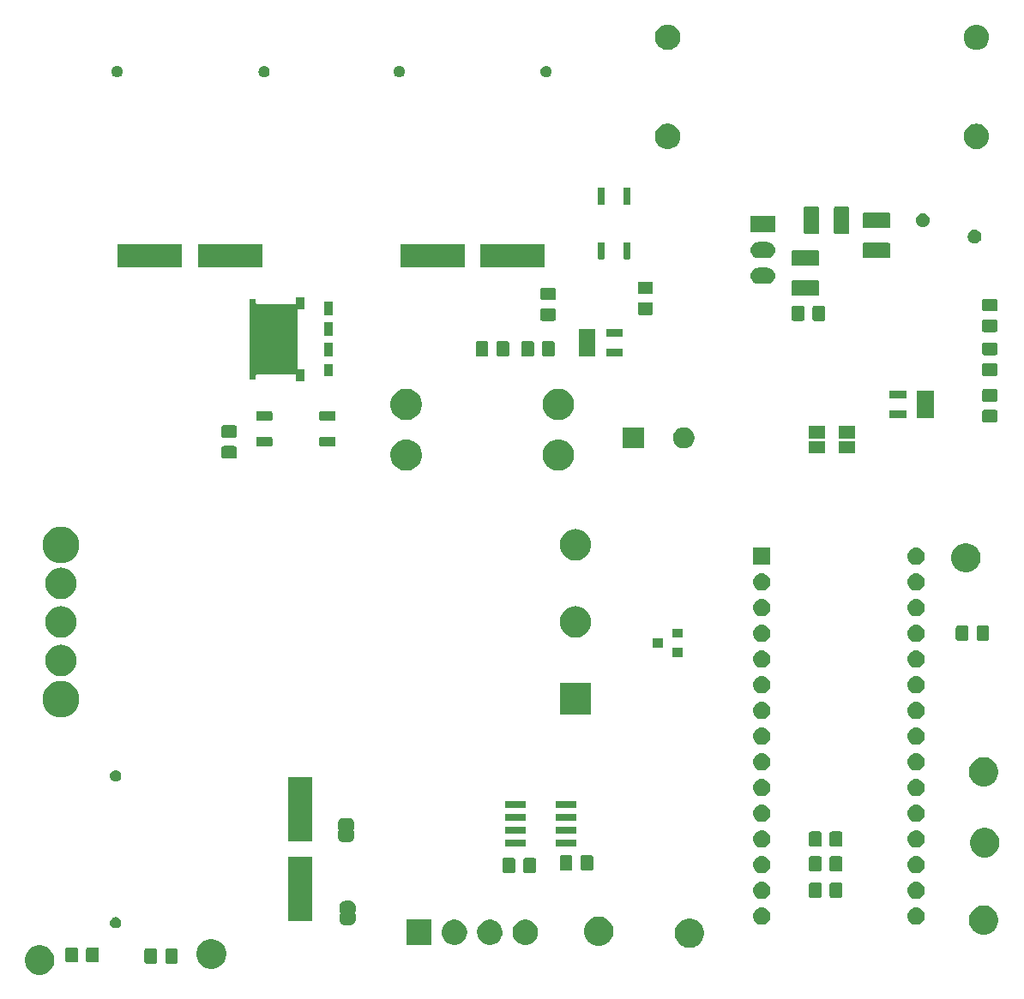
<source format=gts>
G04 #@! TF.GenerationSoftware,KiCad,Pcbnew,(5.1.2)-2*
G04 #@! TF.CreationDate,2019-12-07T23:42:41-08:00*
G04 #@! TF.ProjectId,Precharger,50726563-6861-4726-9765-722e6b696361,rev?*
G04 #@! TF.SameCoordinates,Original*
G04 #@! TF.FileFunction,Soldermask,Top*
G04 #@! TF.FilePolarity,Negative*
%FSLAX46Y46*%
G04 Gerber Fmt 4.6, Leading zero omitted, Abs format (unit mm)*
G04 Created by KiCad (PCBNEW (5.1.2)-2) date 2019-12-07 23:42:41*
%MOMM*%
%LPD*%
G04 APERTURE LIST*
%ADD10C,0.100000*%
G04 APERTURE END LIST*
D10*
G36*
X102923241Y-136204760D02*
G01*
X103187305Y-136314139D01*
X103424958Y-136472934D01*
X103627066Y-136675042D01*
X103785861Y-136912695D01*
X103895240Y-137176759D01*
X103951000Y-137457088D01*
X103951000Y-137742912D01*
X103895240Y-138023241D01*
X103785861Y-138287305D01*
X103627066Y-138524958D01*
X103424958Y-138727066D01*
X103187305Y-138885861D01*
X102923241Y-138995240D01*
X102642912Y-139051000D01*
X102357088Y-139051000D01*
X102076759Y-138995240D01*
X101812695Y-138885861D01*
X101575042Y-138727066D01*
X101372934Y-138524958D01*
X101214139Y-138287305D01*
X101104760Y-138023241D01*
X101049000Y-137742912D01*
X101049000Y-137457088D01*
X101104760Y-137176759D01*
X101214139Y-136912695D01*
X101372934Y-136675042D01*
X101575042Y-136472934D01*
X101812695Y-136314139D01*
X102076759Y-136204760D01*
X102357088Y-136149000D01*
X102642912Y-136149000D01*
X102923241Y-136204760D01*
X102923241Y-136204760D01*
G37*
G36*
X119873241Y-135604760D02*
G01*
X120137305Y-135714139D01*
X120374958Y-135872934D01*
X120577066Y-136075042D01*
X120735861Y-136312695D01*
X120845240Y-136576759D01*
X120901000Y-136857088D01*
X120901000Y-137142912D01*
X120845240Y-137423241D01*
X120735861Y-137687305D01*
X120577066Y-137924958D01*
X120374958Y-138127066D01*
X120137305Y-138285861D01*
X119873241Y-138395240D01*
X119592912Y-138451000D01*
X119307088Y-138451000D01*
X119026759Y-138395240D01*
X118762695Y-138285861D01*
X118525042Y-138127066D01*
X118322934Y-137924958D01*
X118164139Y-137687305D01*
X118054760Y-137423241D01*
X117999000Y-137142912D01*
X117999000Y-136857088D01*
X118054760Y-136576759D01*
X118164139Y-136312695D01*
X118322934Y-136075042D01*
X118525042Y-135872934D01*
X118762695Y-135714139D01*
X119026759Y-135604760D01*
X119307088Y-135549000D01*
X119592912Y-135549000D01*
X119873241Y-135604760D01*
X119873241Y-135604760D01*
G37*
G36*
X113938674Y-136453465D02*
G01*
X113976367Y-136464899D01*
X114011103Y-136483466D01*
X114041548Y-136508452D01*
X114066534Y-136538897D01*
X114085101Y-136573633D01*
X114096535Y-136611326D01*
X114101000Y-136656661D01*
X114101000Y-137743339D01*
X114096535Y-137788674D01*
X114085101Y-137826367D01*
X114066534Y-137861103D01*
X114041548Y-137891548D01*
X114011103Y-137916534D01*
X113976367Y-137935101D01*
X113938674Y-137946535D01*
X113893339Y-137951000D01*
X113056661Y-137951000D01*
X113011326Y-137946535D01*
X112973633Y-137935101D01*
X112938897Y-137916534D01*
X112908452Y-137891548D01*
X112883466Y-137861103D01*
X112864899Y-137826367D01*
X112853465Y-137788674D01*
X112849000Y-137743339D01*
X112849000Y-136656661D01*
X112853465Y-136611326D01*
X112864899Y-136573633D01*
X112883466Y-136538897D01*
X112908452Y-136508452D01*
X112938897Y-136483466D01*
X112973633Y-136464899D01*
X113011326Y-136453465D01*
X113056661Y-136449000D01*
X113893339Y-136449000D01*
X113938674Y-136453465D01*
X113938674Y-136453465D01*
G37*
G36*
X115988674Y-136453465D02*
G01*
X116026367Y-136464899D01*
X116061103Y-136483466D01*
X116091548Y-136508452D01*
X116116534Y-136538897D01*
X116135101Y-136573633D01*
X116146535Y-136611326D01*
X116151000Y-136656661D01*
X116151000Y-137743339D01*
X116146535Y-137788674D01*
X116135101Y-137826367D01*
X116116534Y-137861103D01*
X116091548Y-137891548D01*
X116061103Y-137916534D01*
X116026367Y-137935101D01*
X115988674Y-137946535D01*
X115943339Y-137951000D01*
X115106661Y-137951000D01*
X115061326Y-137946535D01*
X115023633Y-137935101D01*
X114988897Y-137916534D01*
X114958452Y-137891548D01*
X114933466Y-137861103D01*
X114914899Y-137826367D01*
X114903465Y-137788674D01*
X114899000Y-137743339D01*
X114899000Y-136656661D01*
X114903465Y-136611326D01*
X114914899Y-136573633D01*
X114933466Y-136538897D01*
X114958452Y-136508452D01*
X114988897Y-136483466D01*
X115023633Y-136464899D01*
X115061326Y-136453465D01*
X115106661Y-136449000D01*
X115943339Y-136449000D01*
X115988674Y-136453465D01*
X115988674Y-136453465D01*
G37*
G36*
X108188674Y-136353465D02*
G01*
X108226367Y-136364899D01*
X108261103Y-136383466D01*
X108291548Y-136408452D01*
X108316534Y-136438897D01*
X108335101Y-136473633D01*
X108346535Y-136511326D01*
X108351000Y-136556661D01*
X108351000Y-137643339D01*
X108346535Y-137688674D01*
X108335101Y-137726367D01*
X108316534Y-137761103D01*
X108291548Y-137791548D01*
X108261103Y-137816534D01*
X108226367Y-137835101D01*
X108188674Y-137846535D01*
X108143339Y-137851000D01*
X107306661Y-137851000D01*
X107261326Y-137846535D01*
X107223633Y-137835101D01*
X107188897Y-137816534D01*
X107158452Y-137791548D01*
X107133466Y-137761103D01*
X107114899Y-137726367D01*
X107103465Y-137688674D01*
X107099000Y-137643339D01*
X107099000Y-136556661D01*
X107103465Y-136511326D01*
X107114899Y-136473633D01*
X107133466Y-136438897D01*
X107158452Y-136408452D01*
X107188897Y-136383466D01*
X107223633Y-136364899D01*
X107261326Y-136353465D01*
X107306661Y-136349000D01*
X108143339Y-136349000D01*
X108188674Y-136353465D01*
X108188674Y-136353465D01*
G37*
G36*
X106138674Y-136353465D02*
G01*
X106176367Y-136364899D01*
X106211103Y-136383466D01*
X106241548Y-136408452D01*
X106266534Y-136438897D01*
X106285101Y-136473633D01*
X106296535Y-136511326D01*
X106301000Y-136556661D01*
X106301000Y-137643339D01*
X106296535Y-137688674D01*
X106285101Y-137726367D01*
X106266534Y-137761103D01*
X106241548Y-137791548D01*
X106211103Y-137816534D01*
X106176367Y-137835101D01*
X106138674Y-137846535D01*
X106093339Y-137851000D01*
X105256661Y-137851000D01*
X105211326Y-137846535D01*
X105173633Y-137835101D01*
X105138897Y-137816534D01*
X105108452Y-137791548D01*
X105083466Y-137761103D01*
X105064899Y-137726367D01*
X105053465Y-137688674D01*
X105049000Y-137643339D01*
X105049000Y-136556661D01*
X105053465Y-136511326D01*
X105064899Y-136473633D01*
X105083466Y-136438897D01*
X105108452Y-136408452D01*
X105138897Y-136383466D01*
X105173633Y-136364899D01*
X105211326Y-136353465D01*
X105256661Y-136349000D01*
X106093339Y-136349000D01*
X106138674Y-136353465D01*
X106138674Y-136353465D01*
G37*
G36*
X167073241Y-133554760D02*
G01*
X167337305Y-133664139D01*
X167574958Y-133822934D01*
X167777066Y-134025042D01*
X167935861Y-134262695D01*
X168045240Y-134526759D01*
X168101000Y-134807088D01*
X168101000Y-135092912D01*
X168045240Y-135373241D01*
X167935861Y-135637305D01*
X167777066Y-135874958D01*
X167574958Y-136077066D01*
X167337305Y-136235861D01*
X167073241Y-136345240D01*
X166792912Y-136401000D01*
X166507088Y-136401000D01*
X166226759Y-136345240D01*
X165962695Y-136235861D01*
X165725042Y-136077066D01*
X165522934Y-135874958D01*
X165364139Y-135637305D01*
X165254760Y-135373241D01*
X165199000Y-135092912D01*
X165199000Y-134807088D01*
X165254760Y-134526759D01*
X165364139Y-134262695D01*
X165522934Y-134025042D01*
X165725042Y-133822934D01*
X165962695Y-133664139D01*
X166226759Y-133554760D01*
X166507088Y-133499000D01*
X166792912Y-133499000D01*
X167073241Y-133554760D01*
X167073241Y-133554760D01*
G37*
G36*
X158123241Y-133354760D02*
G01*
X158387305Y-133464139D01*
X158624958Y-133622934D01*
X158827066Y-133825042D01*
X158985861Y-134062695D01*
X159095240Y-134326759D01*
X159151000Y-134607088D01*
X159151000Y-134892912D01*
X159095240Y-135173241D01*
X158985861Y-135437305D01*
X158827066Y-135674958D01*
X158624958Y-135877066D01*
X158387305Y-136035861D01*
X158123241Y-136145240D01*
X157842912Y-136201000D01*
X157557088Y-136201000D01*
X157276759Y-136145240D01*
X157012695Y-136035861D01*
X156775042Y-135877066D01*
X156572934Y-135674958D01*
X156414139Y-135437305D01*
X156304760Y-135173241D01*
X156249000Y-134892912D01*
X156249000Y-134607088D01*
X156304760Y-134326759D01*
X156414139Y-134062695D01*
X156572934Y-133825042D01*
X156775042Y-133622934D01*
X157012695Y-133464139D01*
X157276759Y-133354760D01*
X157557088Y-133299000D01*
X157842912Y-133299000D01*
X158123241Y-133354760D01*
X158123241Y-133354760D01*
G37*
G36*
X141201000Y-136101000D02*
G01*
X138699000Y-136101000D01*
X138699000Y-133599000D01*
X141201000Y-133599000D01*
X141201000Y-136101000D01*
X141201000Y-136101000D01*
G37*
G36*
X150814903Y-133647075D02*
G01*
X151027362Y-133735078D01*
X151042571Y-133741378D01*
X151247466Y-133878285D01*
X151421715Y-134052534D01*
X151554488Y-134251242D01*
X151558623Y-134257431D01*
X151652925Y-134485097D01*
X151701000Y-134726786D01*
X151701000Y-134973214D01*
X151673593Y-135111000D01*
X151652925Y-135214903D01*
X151558622Y-135442571D01*
X151421715Y-135647466D01*
X151247466Y-135821715D01*
X151042571Y-135958622D01*
X151042570Y-135958623D01*
X151042569Y-135958623D01*
X150814903Y-136052925D01*
X150573214Y-136101000D01*
X150326786Y-136101000D01*
X150085097Y-136052925D01*
X149857431Y-135958623D01*
X149857430Y-135958623D01*
X149857429Y-135958622D01*
X149652534Y-135821715D01*
X149478285Y-135647466D01*
X149341378Y-135442571D01*
X149247075Y-135214903D01*
X149226407Y-135111000D01*
X149199000Y-134973214D01*
X149199000Y-134726786D01*
X149247075Y-134485097D01*
X149341377Y-134257431D01*
X149345512Y-134251242D01*
X149478285Y-134052534D01*
X149652534Y-133878285D01*
X149857429Y-133741378D01*
X149872639Y-133735078D01*
X150085097Y-133647075D01*
X150326786Y-133599000D01*
X150573214Y-133599000D01*
X150814903Y-133647075D01*
X150814903Y-133647075D01*
G37*
G36*
X147314903Y-133647075D02*
G01*
X147527362Y-133735078D01*
X147542571Y-133741378D01*
X147747466Y-133878285D01*
X147921715Y-134052534D01*
X148054488Y-134251242D01*
X148058623Y-134257431D01*
X148152925Y-134485097D01*
X148201000Y-134726786D01*
X148201000Y-134973214D01*
X148173593Y-135111000D01*
X148152925Y-135214903D01*
X148058622Y-135442571D01*
X147921715Y-135647466D01*
X147747466Y-135821715D01*
X147542571Y-135958622D01*
X147542570Y-135958623D01*
X147542569Y-135958623D01*
X147314903Y-136052925D01*
X147073214Y-136101000D01*
X146826786Y-136101000D01*
X146585097Y-136052925D01*
X146357431Y-135958623D01*
X146357430Y-135958623D01*
X146357429Y-135958622D01*
X146152534Y-135821715D01*
X145978285Y-135647466D01*
X145841378Y-135442571D01*
X145747075Y-135214903D01*
X145726407Y-135111000D01*
X145699000Y-134973214D01*
X145699000Y-134726786D01*
X145747075Y-134485097D01*
X145841377Y-134257431D01*
X145845512Y-134251242D01*
X145978285Y-134052534D01*
X146152534Y-133878285D01*
X146357429Y-133741378D01*
X146372639Y-133735078D01*
X146585097Y-133647075D01*
X146826786Y-133599000D01*
X147073214Y-133599000D01*
X147314903Y-133647075D01*
X147314903Y-133647075D01*
G37*
G36*
X143814903Y-133647075D02*
G01*
X144027362Y-133735078D01*
X144042571Y-133741378D01*
X144247466Y-133878285D01*
X144421715Y-134052534D01*
X144554488Y-134251242D01*
X144558623Y-134257431D01*
X144652925Y-134485097D01*
X144701000Y-134726786D01*
X144701000Y-134973214D01*
X144673593Y-135111000D01*
X144652925Y-135214903D01*
X144558622Y-135442571D01*
X144421715Y-135647466D01*
X144247466Y-135821715D01*
X144042571Y-135958622D01*
X144042570Y-135958623D01*
X144042569Y-135958623D01*
X143814903Y-136052925D01*
X143573214Y-136101000D01*
X143326786Y-136101000D01*
X143085097Y-136052925D01*
X142857431Y-135958623D01*
X142857430Y-135958623D01*
X142857429Y-135958622D01*
X142652534Y-135821715D01*
X142478285Y-135647466D01*
X142341378Y-135442571D01*
X142247075Y-135214903D01*
X142226407Y-135111000D01*
X142199000Y-134973214D01*
X142199000Y-134726786D01*
X142247075Y-134485097D01*
X142341377Y-134257431D01*
X142345512Y-134251242D01*
X142478285Y-134052534D01*
X142652534Y-133878285D01*
X142857429Y-133741378D01*
X142872639Y-133735078D01*
X143085097Y-133647075D01*
X143326786Y-133599000D01*
X143573214Y-133599000D01*
X143814903Y-133647075D01*
X143814903Y-133647075D01*
G37*
G36*
X196113241Y-132264760D02*
G01*
X196377305Y-132374139D01*
X196614958Y-132532934D01*
X196817066Y-132735042D01*
X196975861Y-132972695D01*
X197085240Y-133236759D01*
X197141000Y-133517088D01*
X197141000Y-133802912D01*
X197085240Y-134083241D01*
X196975861Y-134347305D01*
X196817066Y-134584958D01*
X196614958Y-134787066D01*
X196377305Y-134945861D01*
X196113241Y-135055240D01*
X195832912Y-135111000D01*
X195547088Y-135111000D01*
X195266759Y-135055240D01*
X195002695Y-134945861D01*
X194765042Y-134787066D01*
X194562934Y-134584958D01*
X194404139Y-134347305D01*
X194294760Y-134083241D01*
X194239000Y-133802912D01*
X194239000Y-133517088D01*
X194294760Y-133236759D01*
X194404139Y-132972695D01*
X194562934Y-132735042D01*
X194765042Y-132532934D01*
X195002695Y-132374139D01*
X195266759Y-132264760D01*
X195547088Y-132209000D01*
X195832912Y-132209000D01*
X196113241Y-132264760D01*
X196113241Y-132264760D01*
G37*
G36*
X110160721Y-133370174D02*
G01*
X110260995Y-133411709D01*
X110305812Y-133441655D01*
X110351242Y-133472010D01*
X110427990Y-133548758D01*
X110427991Y-133548760D01*
X110488291Y-133639005D01*
X110529826Y-133739279D01*
X110551000Y-133845730D01*
X110551000Y-133954270D01*
X110529826Y-134060721D01*
X110488291Y-134160995D01*
X110488290Y-134160996D01*
X110427990Y-134251242D01*
X110351242Y-134327990D01*
X110322335Y-134347305D01*
X110260995Y-134388291D01*
X110160721Y-134429826D01*
X110054270Y-134451000D01*
X109945730Y-134451000D01*
X109839279Y-134429826D01*
X109739005Y-134388291D01*
X109677665Y-134347305D01*
X109648758Y-134327990D01*
X109572010Y-134251242D01*
X109511710Y-134160996D01*
X109511709Y-134160995D01*
X109470174Y-134060721D01*
X109449000Y-133954270D01*
X109449000Y-133845730D01*
X109470174Y-133739279D01*
X109511709Y-133639005D01*
X109572009Y-133548760D01*
X109572010Y-133548758D01*
X109648758Y-133472010D01*
X109694188Y-133441655D01*
X109739005Y-133411709D01*
X109839279Y-133370174D01*
X109945730Y-133349000D01*
X110054270Y-133349000D01*
X110160721Y-133370174D01*
X110160721Y-133370174D01*
G37*
G36*
X133162199Y-131749954D02*
G01*
X133174450Y-131750556D01*
X133192869Y-131750556D01*
X133215149Y-131752750D01*
X133299233Y-131769476D01*
X133320660Y-131775976D01*
X133399858Y-131808780D01*
X133405303Y-131811691D01*
X133405309Y-131811693D01*
X133414169Y-131816429D01*
X133414173Y-131816432D01*
X133419614Y-131819340D01*
X133490899Y-131866971D01*
X133508204Y-131881172D01*
X133568828Y-131941796D01*
X133583029Y-131959101D01*
X133630660Y-132030386D01*
X133633568Y-132035827D01*
X133633571Y-132035831D01*
X133638307Y-132044691D01*
X133638309Y-132044697D01*
X133641220Y-132050142D01*
X133674024Y-132129340D01*
X133680524Y-132150767D01*
X133697250Y-132234851D01*
X133699444Y-132257131D01*
X133699444Y-132275550D01*
X133700046Y-132287801D01*
X133701852Y-132306139D01*
X133701852Y-132793860D01*
X133700263Y-132809999D01*
X133697348Y-132819608D01*
X133692610Y-132828472D01*
X133686237Y-132836237D01*
X133673794Y-132846448D01*
X133663425Y-132853378D01*
X133646098Y-132870705D01*
X133632485Y-132891080D01*
X133623109Y-132913720D01*
X133618329Y-132937753D01*
X133618330Y-132962257D01*
X133623112Y-132986290D01*
X133632490Y-133008929D01*
X133646105Y-133029302D01*
X133663432Y-133046629D01*
X133673802Y-133053558D01*
X133686237Y-133063763D01*
X133692610Y-133071528D01*
X133697348Y-133080392D01*
X133700263Y-133090001D01*
X133701852Y-133106140D01*
X133701852Y-133593862D01*
X133700046Y-133612199D01*
X133699444Y-133624450D01*
X133699444Y-133642869D01*
X133697250Y-133665149D01*
X133680524Y-133749233D01*
X133674024Y-133770660D01*
X133641220Y-133849858D01*
X133638309Y-133855303D01*
X133638307Y-133855309D01*
X133633571Y-133864169D01*
X133633568Y-133864173D01*
X133630660Y-133869614D01*
X133583029Y-133940899D01*
X133568828Y-133958204D01*
X133508204Y-134018828D01*
X133490899Y-134033029D01*
X133419614Y-134080660D01*
X133414173Y-134083568D01*
X133414169Y-134083571D01*
X133405309Y-134088307D01*
X133405303Y-134088309D01*
X133399858Y-134091220D01*
X133320660Y-134124024D01*
X133299233Y-134130524D01*
X133215149Y-134147250D01*
X133192869Y-134149444D01*
X133174450Y-134149444D01*
X133162199Y-134150046D01*
X133143862Y-134151852D01*
X132656138Y-134151852D01*
X132637801Y-134150046D01*
X132625550Y-134149444D01*
X132607131Y-134149444D01*
X132584851Y-134147250D01*
X132500767Y-134130524D01*
X132479340Y-134124024D01*
X132400142Y-134091220D01*
X132394697Y-134088309D01*
X132394691Y-134088307D01*
X132385831Y-134083571D01*
X132385827Y-134083568D01*
X132380386Y-134080660D01*
X132309101Y-134033029D01*
X132291796Y-134018828D01*
X132231172Y-133958204D01*
X132216971Y-133940899D01*
X132169340Y-133869614D01*
X132166432Y-133864173D01*
X132166429Y-133864169D01*
X132161693Y-133855309D01*
X132161691Y-133855303D01*
X132158780Y-133849858D01*
X132125976Y-133770660D01*
X132119476Y-133749233D01*
X132102750Y-133665149D01*
X132100556Y-133642869D01*
X132100556Y-133624450D01*
X132099954Y-133612199D01*
X132098148Y-133593862D01*
X132098148Y-133106140D01*
X132099737Y-133090001D01*
X132102652Y-133080392D01*
X132107390Y-133071528D01*
X132113763Y-133063763D01*
X132126206Y-133053552D01*
X132136575Y-133046622D01*
X132153902Y-133029295D01*
X132167515Y-133008920D01*
X132176891Y-132986280D01*
X132181671Y-132962247D01*
X132181670Y-132937743D01*
X132176888Y-132913710D01*
X132167510Y-132891071D01*
X132153895Y-132870698D01*
X132136568Y-132853371D01*
X132126198Y-132846442D01*
X132113763Y-132836237D01*
X132107390Y-132828472D01*
X132102652Y-132819608D01*
X132099737Y-132809999D01*
X132098148Y-132793860D01*
X132098148Y-132306139D01*
X132099954Y-132287801D01*
X132100556Y-132275550D01*
X132100556Y-132257131D01*
X132102750Y-132234851D01*
X132119476Y-132150767D01*
X132125976Y-132129340D01*
X132158780Y-132050142D01*
X132161691Y-132044697D01*
X132161693Y-132044691D01*
X132166429Y-132035831D01*
X132166432Y-132035827D01*
X132169340Y-132030386D01*
X132216971Y-131959101D01*
X132231172Y-131941796D01*
X132291796Y-131881172D01*
X132309101Y-131866971D01*
X132380386Y-131819340D01*
X132385827Y-131816432D01*
X132385831Y-131816429D01*
X132394691Y-131811693D01*
X132394697Y-131811691D01*
X132400142Y-131808780D01*
X132479340Y-131775976D01*
X132500767Y-131769476D01*
X132584851Y-131752750D01*
X132607131Y-131750556D01*
X132625550Y-131750556D01*
X132637801Y-131749954D01*
X132656139Y-131748148D01*
X133143861Y-131748148D01*
X133162199Y-131749954D01*
X133162199Y-131749954D01*
G37*
G36*
X189206823Y-132421313D02*
G01*
X189367242Y-132469976D01*
X189485028Y-132532934D01*
X189515078Y-132548996D01*
X189644659Y-132655341D01*
X189751004Y-132784922D01*
X189751005Y-132784924D01*
X189830024Y-132932758D01*
X189878687Y-133093177D01*
X189895117Y-133260000D01*
X189878687Y-133426823D01*
X189830024Y-133587242D01*
X189788921Y-133664140D01*
X189751004Y-133735078D01*
X189644659Y-133864659D01*
X189515078Y-133971004D01*
X189515076Y-133971005D01*
X189367242Y-134050024D01*
X189206823Y-134098687D01*
X189081804Y-134111000D01*
X188998196Y-134111000D01*
X188873177Y-134098687D01*
X188712758Y-134050024D01*
X188564924Y-133971005D01*
X188564922Y-133971004D01*
X188435341Y-133864659D01*
X188328996Y-133735078D01*
X188291079Y-133664140D01*
X188249976Y-133587242D01*
X188201313Y-133426823D01*
X188184883Y-133260000D01*
X188201313Y-133093177D01*
X188249976Y-132932758D01*
X188328995Y-132784924D01*
X188328996Y-132784922D01*
X188435341Y-132655341D01*
X188564922Y-132548996D01*
X188594972Y-132532934D01*
X188712758Y-132469976D01*
X188873177Y-132421313D01*
X188998196Y-132409000D01*
X189081804Y-132409000D01*
X189206823Y-132421313D01*
X189206823Y-132421313D01*
G37*
G36*
X173966823Y-132421313D02*
G01*
X174127242Y-132469976D01*
X174245028Y-132532934D01*
X174275078Y-132548996D01*
X174404659Y-132655341D01*
X174511004Y-132784922D01*
X174511005Y-132784924D01*
X174590024Y-132932758D01*
X174638687Y-133093177D01*
X174655117Y-133260000D01*
X174638687Y-133426823D01*
X174590024Y-133587242D01*
X174548921Y-133664140D01*
X174511004Y-133735078D01*
X174404659Y-133864659D01*
X174275078Y-133971004D01*
X174275076Y-133971005D01*
X174127242Y-134050024D01*
X173966823Y-134098687D01*
X173841804Y-134111000D01*
X173758196Y-134111000D01*
X173633177Y-134098687D01*
X173472758Y-134050024D01*
X173324924Y-133971005D01*
X173324922Y-133971004D01*
X173195341Y-133864659D01*
X173088996Y-133735078D01*
X173051079Y-133664140D01*
X173009976Y-133587242D01*
X172961313Y-133426823D01*
X172944883Y-133260000D01*
X172961313Y-133093177D01*
X173009976Y-132932758D01*
X173088995Y-132784924D01*
X173088996Y-132784922D01*
X173195341Y-132655341D01*
X173324922Y-132548996D01*
X173354972Y-132532934D01*
X173472758Y-132469976D01*
X173633177Y-132421313D01*
X173758196Y-132409000D01*
X173841804Y-132409000D01*
X173966823Y-132421313D01*
X173966823Y-132421313D01*
G37*
G36*
X129376000Y-133776000D02*
G01*
X127024000Y-133776000D01*
X127024000Y-127424000D01*
X129376000Y-127424000D01*
X129376000Y-133776000D01*
X129376000Y-133776000D01*
G37*
G36*
X189206823Y-129881313D02*
G01*
X189367242Y-129929976D01*
X189488648Y-129994869D01*
X189515078Y-130008996D01*
X189644659Y-130115341D01*
X189751004Y-130244922D01*
X189751005Y-130244924D01*
X189830024Y-130392758D01*
X189878687Y-130553177D01*
X189895117Y-130720000D01*
X189878687Y-130886823D01*
X189830024Y-131047242D01*
X189759690Y-131178827D01*
X189751004Y-131195078D01*
X189644659Y-131324659D01*
X189515078Y-131431004D01*
X189515076Y-131431005D01*
X189367242Y-131510024D01*
X189206823Y-131558687D01*
X189081804Y-131571000D01*
X188998196Y-131571000D01*
X188873177Y-131558687D01*
X188712758Y-131510024D01*
X188564924Y-131431005D01*
X188564922Y-131431004D01*
X188435341Y-131324659D01*
X188328996Y-131195078D01*
X188320310Y-131178827D01*
X188249976Y-131047242D01*
X188201313Y-130886823D01*
X188184883Y-130720000D01*
X188201313Y-130553177D01*
X188249976Y-130392758D01*
X188328995Y-130244924D01*
X188328996Y-130244922D01*
X188435341Y-130115341D01*
X188564922Y-130008996D01*
X188591352Y-129994869D01*
X188712758Y-129929976D01*
X188873177Y-129881313D01*
X188998196Y-129869000D01*
X189081804Y-129869000D01*
X189206823Y-129881313D01*
X189206823Y-129881313D01*
G37*
G36*
X173966823Y-129881313D02*
G01*
X174127242Y-129929976D01*
X174248648Y-129994869D01*
X174275078Y-130008996D01*
X174404659Y-130115341D01*
X174511004Y-130244922D01*
X174511005Y-130244924D01*
X174590024Y-130392758D01*
X174638687Y-130553177D01*
X174655117Y-130720000D01*
X174638687Y-130886823D01*
X174590024Y-131047242D01*
X174519690Y-131178827D01*
X174511004Y-131195078D01*
X174404659Y-131324659D01*
X174275078Y-131431004D01*
X174275076Y-131431005D01*
X174127242Y-131510024D01*
X173966823Y-131558687D01*
X173841804Y-131571000D01*
X173758196Y-131571000D01*
X173633177Y-131558687D01*
X173472758Y-131510024D01*
X173324924Y-131431005D01*
X173324922Y-131431004D01*
X173195341Y-131324659D01*
X173088996Y-131195078D01*
X173080310Y-131178827D01*
X173009976Y-131047242D01*
X172961313Y-130886823D01*
X172944883Y-130720000D01*
X172961313Y-130553177D01*
X173009976Y-130392758D01*
X173088995Y-130244924D01*
X173088996Y-130244922D01*
X173195341Y-130115341D01*
X173324922Y-130008996D01*
X173351352Y-129994869D01*
X173472758Y-129929976D01*
X173633177Y-129881313D01*
X173758196Y-129869000D01*
X173841804Y-129869000D01*
X173966823Y-129881313D01*
X173966823Y-129881313D01*
G37*
G36*
X179538674Y-129953465D02*
G01*
X179576367Y-129964899D01*
X179611103Y-129983466D01*
X179641548Y-130008452D01*
X179666534Y-130038897D01*
X179685101Y-130073633D01*
X179696535Y-130111326D01*
X179701000Y-130156661D01*
X179701000Y-131243339D01*
X179696535Y-131288674D01*
X179685101Y-131326367D01*
X179666534Y-131361103D01*
X179641548Y-131391548D01*
X179611103Y-131416534D01*
X179576367Y-131435101D01*
X179538674Y-131446535D01*
X179493339Y-131451000D01*
X178656661Y-131451000D01*
X178611326Y-131446535D01*
X178573633Y-131435101D01*
X178538897Y-131416534D01*
X178508452Y-131391548D01*
X178483466Y-131361103D01*
X178464899Y-131326367D01*
X178453465Y-131288674D01*
X178449000Y-131243339D01*
X178449000Y-130156661D01*
X178453465Y-130111326D01*
X178464899Y-130073633D01*
X178483466Y-130038897D01*
X178508452Y-130008452D01*
X178538897Y-129983466D01*
X178573633Y-129964899D01*
X178611326Y-129953465D01*
X178656661Y-129949000D01*
X179493339Y-129949000D01*
X179538674Y-129953465D01*
X179538674Y-129953465D01*
G37*
G36*
X181588674Y-129953465D02*
G01*
X181626367Y-129964899D01*
X181661103Y-129983466D01*
X181691548Y-130008452D01*
X181716534Y-130038897D01*
X181735101Y-130073633D01*
X181746535Y-130111326D01*
X181751000Y-130156661D01*
X181751000Y-131243339D01*
X181746535Y-131288674D01*
X181735101Y-131326367D01*
X181716534Y-131361103D01*
X181691548Y-131391548D01*
X181661103Y-131416534D01*
X181626367Y-131435101D01*
X181588674Y-131446535D01*
X181543339Y-131451000D01*
X180706661Y-131451000D01*
X180661326Y-131446535D01*
X180623633Y-131435101D01*
X180588897Y-131416534D01*
X180558452Y-131391548D01*
X180533466Y-131361103D01*
X180514899Y-131326367D01*
X180503465Y-131288674D01*
X180499000Y-131243339D01*
X180499000Y-130156661D01*
X180503465Y-130111326D01*
X180514899Y-130073633D01*
X180533466Y-130038897D01*
X180558452Y-130008452D01*
X180588897Y-129983466D01*
X180623633Y-129964899D01*
X180661326Y-129953465D01*
X180706661Y-129949000D01*
X181543339Y-129949000D01*
X181588674Y-129953465D01*
X181588674Y-129953465D01*
G37*
G36*
X173966823Y-127341313D02*
G01*
X174127242Y-127389976D01*
X174241410Y-127451000D01*
X174275078Y-127468996D01*
X174404659Y-127575341D01*
X174511004Y-127704922D01*
X174518034Y-127718075D01*
X174590024Y-127852758D01*
X174638687Y-128013177D01*
X174655117Y-128180000D01*
X174638687Y-128346823D01*
X174590024Y-128507242D01*
X174526350Y-128626367D01*
X174511004Y-128655078D01*
X174404659Y-128784659D01*
X174275078Y-128891004D01*
X174275076Y-128891005D01*
X174127242Y-128970024D01*
X173966823Y-129018687D01*
X173841804Y-129031000D01*
X173758196Y-129031000D01*
X173633177Y-129018687D01*
X173472758Y-128970024D01*
X173324924Y-128891005D01*
X173324922Y-128891004D01*
X173195341Y-128784659D01*
X173088996Y-128655078D01*
X173073650Y-128626367D01*
X173009976Y-128507242D01*
X172961313Y-128346823D01*
X172944883Y-128180000D01*
X172961313Y-128013177D01*
X173009976Y-127852758D01*
X173081966Y-127718075D01*
X173088996Y-127704922D01*
X173195341Y-127575341D01*
X173324922Y-127468996D01*
X173358590Y-127451000D01*
X173472758Y-127389976D01*
X173633177Y-127341313D01*
X173758196Y-127329000D01*
X173841804Y-127329000D01*
X173966823Y-127341313D01*
X173966823Y-127341313D01*
G37*
G36*
X189206823Y-127341313D02*
G01*
X189367242Y-127389976D01*
X189481410Y-127451000D01*
X189515078Y-127468996D01*
X189644659Y-127575341D01*
X189751004Y-127704922D01*
X189758034Y-127718075D01*
X189830024Y-127852758D01*
X189878687Y-128013177D01*
X189895117Y-128180000D01*
X189878687Y-128346823D01*
X189830024Y-128507242D01*
X189766350Y-128626367D01*
X189751004Y-128655078D01*
X189644659Y-128784659D01*
X189515078Y-128891004D01*
X189515076Y-128891005D01*
X189367242Y-128970024D01*
X189206823Y-129018687D01*
X189081804Y-129031000D01*
X188998196Y-129031000D01*
X188873177Y-129018687D01*
X188712758Y-128970024D01*
X188564924Y-128891005D01*
X188564922Y-128891004D01*
X188435341Y-128784659D01*
X188328996Y-128655078D01*
X188313650Y-128626367D01*
X188249976Y-128507242D01*
X188201313Y-128346823D01*
X188184883Y-128180000D01*
X188201313Y-128013177D01*
X188249976Y-127852758D01*
X188321966Y-127718075D01*
X188328996Y-127704922D01*
X188435341Y-127575341D01*
X188564922Y-127468996D01*
X188598590Y-127451000D01*
X188712758Y-127389976D01*
X188873177Y-127341313D01*
X188998196Y-127329000D01*
X189081804Y-127329000D01*
X189206823Y-127341313D01*
X189206823Y-127341313D01*
G37*
G36*
X149288674Y-127503465D02*
G01*
X149326367Y-127514899D01*
X149361103Y-127533466D01*
X149391548Y-127558452D01*
X149416534Y-127588897D01*
X149435101Y-127623633D01*
X149446535Y-127661326D01*
X149451000Y-127706661D01*
X149451000Y-128793339D01*
X149446535Y-128838674D01*
X149435101Y-128876367D01*
X149416534Y-128911103D01*
X149391548Y-128941548D01*
X149361103Y-128966534D01*
X149326367Y-128985101D01*
X149288674Y-128996535D01*
X149243339Y-129001000D01*
X148406661Y-129001000D01*
X148361326Y-128996535D01*
X148323633Y-128985101D01*
X148288897Y-128966534D01*
X148258452Y-128941548D01*
X148233466Y-128911103D01*
X148214899Y-128876367D01*
X148203465Y-128838674D01*
X148199000Y-128793339D01*
X148199000Y-127706661D01*
X148203465Y-127661326D01*
X148214899Y-127623633D01*
X148233466Y-127588897D01*
X148258452Y-127558452D01*
X148288897Y-127533466D01*
X148323633Y-127514899D01*
X148361326Y-127503465D01*
X148406661Y-127499000D01*
X149243339Y-127499000D01*
X149288674Y-127503465D01*
X149288674Y-127503465D01*
G37*
G36*
X151338674Y-127503465D02*
G01*
X151376367Y-127514899D01*
X151411103Y-127533466D01*
X151441548Y-127558452D01*
X151466534Y-127588897D01*
X151485101Y-127623633D01*
X151496535Y-127661326D01*
X151501000Y-127706661D01*
X151501000Y-128793339D01*
X151496535Y-128838674D01*
X151485101Y-128876367D01*
X151466534Y-128911103D01*
X151441548Y-128941548D01*
X151411103Y-128966534D01*
X151376367Y-128985101D01*
X151338674Y-128996535D01*
X151293339Y-129001000D01*
X150456661Y-129001000D01*
X150411326Y-128996535D01*
X150373633Y-128985101D01*
X150338897Y-128966534D01*
X150308452Y-128941548D01*
X150283466Y-128911103D01*
X150264899Y-128876367D01*
X150253465Y-128838674D01*
X150249000Y-128793339D01*
X150249000Y-127706661D01*
X150253465Y-127661326D01*
X150264899Y-127623633D01*
X150283466Y-127588897D01*
X150308452Y-127558452D01*
X150338897Y-127533466D01*
X150373633Y-127514899D01*
X150411326Y-127503465D01*
X150456661Y-127499000D01*
X151293339Y-127499000D01*
X151338674Y-127503465D01*
X151338674Y-127503465D01*
G37*
G36*
X181588674Y-127353465D02*
G01*
X181626367Y-127364899D01*
X181661103Y-127383466D01*
X181691548Y-127408452D01*
X181716534Y-127438897D01*
X181735101Y-127473633D01*
X181746535Y-127511326D01*
X181751000Y-127556661D01*
X181751000Y-128643339D01*
X181746535Y-128688674D01*
X181735101Y-128726367D01*
X181716534Y-128761103D01*
X181691548Y-128791548D01*
X181661103Y-128816534D01*
X181626367Y-128835101D01*
X181588674Y-128846535D01*
X181543339Y-128851000D01*
X180706661Y-128851000D01*
X180661326Y-128846535D01*
X180623633Y-128835101D01*
X180588897Y-128816534D01*
X180558452Y-128791548D01*
X180533466Y-128761103D01*
X180514899Y-128726367D01*
X180503465Y-128688674D01*
X180499000Y-128643339D01*
X180499000Y-127556661D01*
X180503465Y-127511326D01*
X180514899Y-127473633D01*
X180533466Y-127438897D01*
X180558452Y-127408452D01*
X180588897Y-127383466D01*
X180623633Y-127364899D01*
X180661326Y-127353465D01*
X180706661Y-127349000D01*
X181543339Y-127349000D01*
X181588674Y-127353465D01*
X181588674Y-127353465D01*
G37*
G36*
X179538674Y-127353465D02*
G01*
X179576367Y-127364899D01*
X179611103Y-127383466D01*
X179641548Y-127408452D01*
X179666534Y-127438897D01*
X179685101Y-127473633D01*
X179696535Y-127511326D01*
X179701000Y-127556661D01*
X179701000Y-128643339D01*
X179696535Y-128688674D01*
X179685101Y-128726367D01*
X179666534Y-128761103D01*
X179641548Y-128791548D01*
X179611103Y-128816534D01*
X179576367Y-128835101D01*
X179538674Y-128846535D01*
X179493339Y-128851000D01*
X178656661Y-128851000D01*
X178611326Y-128846535D01*
X178573633Y-128835101D01*
X178538897Y-128816534D01*
X178508452Y-128791548D01*
X178483466Y-128761103D01*
X178464899Y-128726367D01*
X178453465Y-128688674D01*
X178449000Y-128643339D01*
X178449000Y-127556661D01*
X178453465Y-127511326D01*
X178464899Y-127473633D01*
X178483466Y-127438897D01*
X178508452Y-127408452D01*
X178538897Y-127383466D01*
X178573633Y-127364899D01*
X178611326Y-127353465D01*
X178656661Y-127349000D01*
X179493339Y-127349000D01*
X179538674Y-127353465D01*
X179538674Y-127353465D01*
G37*
G36*
X156988674Y-127253465D02*
G01*
X157026367Y-127264899D01*
X157061103Y-127283466D01*
X157091548Y-127308452D01*
X157116534Y-127338897D01*
X157135101Y-127373633D01*
X157146535Y-127411326D01*
X157151000Y-127456661D01*
X157151000Y-128543339D01*
X157146535Y-128588674D01*
X157135101Y-128626367D01*
X157116534Y-128661103D01*
X157091548Y-128691548D01*
X157061103Y-128716534D01*
X157026367Y-128735101D01*
X156988674Y-128746535D01*
X156943339Y-128751000D01*
X156106661Y-128751000D01*
X156061326Y-128746535D01*
X156023633Y-128735101D01*
X155988897Y-128716534D01*
X155958452Y-128691548D01*
X155933466Y-128661103D01*
X155914899Y-128626367D01*
X155903465Y-128588674D01*
X155899000Y-128543339D01*
X155899000Y-127456661D01*
X155903465Y-127411326D01*
X155914899Y-127373633D01*
X155933466Y-127338897D01*
X155958452Y-127308452D01*
X155988897Y-127283466D01*
X156023633Y-127264899D01*
X156061326Y-127253465D01*
X156106661Y-127249000D01*
X156943339Y-127249000D01*
X156988674Y-127253465D01*
X156988674Y-127253465D01*
G37*
G36*
X154938674Y-127253465D02*
G01*
X154976367Y-127264899D01*
X155011103Y-127283466D01*
X155041548Y-127308452D01*
X155066534Y-127338897D01*
X155085101Y-127373633D01*
X155096535Y-127411326D01*
X155101000Y-127456661D01*
X155101000Y-128543339D01*
X155096535Y-128588674D01*
X155085101Y-128626367D01*
X155066534Y-128661103D01*
X155041548Y-128691548D01*
X155011103Y-128716534D01*
X154976367Y-128735101D01*
X154938674Y-128746535D01*
X154893339Y-128751000D01*
X154056661Y-128751000D01*
X154011326Y-128746535D01*
X153973633Y-128735101D01*
X153938897Y-128716534D01*
X153908452Y-128691548D01*
X153883466Y-128661103D01*
X153864899Y-128626367D01*
X153853465Y-128588674D01*
X153849000Y-128543339D01*
X153849000Y-127456661D01*
X153853465Y-127411326D01*
X153864899Y-127373633D01*
X153883466Y-127338897D01*
X153908452Y-127308452D01*
X153938897Y-127283466D01*
X153973633Y-127264899D01*
X154011326Y-127253465D01*
X154056661Y-127249000D01*
X154893339Y-127249000D01*
X154938674Y-127253465D01*
X154938674Y-127253465D01*
G37*
G36*
X196223241Y-124604760D02*
G01*
X196487305Y-124714139D01*
X196724958Y-124872934D01*
X196927066Y-125075042D01*
X197085861Y-125312695D01*
X197195240Y-125576759D01*
X197251000Y-125857088D01*
X197251000Y-126142912D01*
X197195240Y-126423241D01*
X197085861Y-126687305D01*
X196927066Y-126924958D01*
X196724958Y-127127066D01*
X196487305Y-127285861D01*
X196223241Y-127395240D01*
X195942912Y-127451000D01*
X195657088Y-127451000D01*
X195376759Y-127395240D01*
X195112695Y-127285861D01*
X194875042Y-127127066D01*
X194672934Y-126924958D01*
X194514139Y-126687305D01*
X194404760Y-126423241D01*
X194349000Y-126142912D01*
X194349000Y-125857088D01*
X194404760Y-125576759D01*
X194514139Y-125312695D01*
X194672934Y-125075042D01*
X194875042Y-124872934D01*
X195112695Y-124714139D01*
X195376759Y-124604760D01*
X195657088Y-124549000D01*
X195942912Y-124549000D01*
X196223241Y-124604760D01*
X196223241Y-124604760D01*
G37*
G36*
X173966823Y-124801313D02*
G01*
X174097380Y-124840917D01*
X174126458Y-124849738D01*
X174127242Y-124849976D01*
X174184146Y-124880392D01*
X174275078Y-124928996D01*
X174404659Y-125035341D01*
X174511004Y-125164922D01*
X174511005Y-125164924D01*
X174590024Y-125312758D01*
X174638687Y-125473177D01*
X174655117Y-125640000D01*
X174638687Y-125806823D01*
X174590024Y-125967242D01*
X174519114Y-126099906D01*
X174511004Y-126115078D01*
X174404659Y-126244659D01*
X174275078Y-126351004D01*
X174275076Y-126351005D01*
X174127242Y-126430024D01*
X173966823Y-126478687D01*
X173841804Y-126491000D01*
X173758196Y-126491000D01*
X173633177Y-126478687D01*
X173472758Y-126430024D01*
X173324924Y-126351005D01*
X173324922Y-126351004D01*
X173195341Y-126244659D01*
X173088996Y-126115078D01*
X173080886Y-126099906D01*
X173009976Y-125967242D01*
X172961313Y-125806823D01*
X172944883Y-125640000D01*
X172961313Y-125473177D01*
X173009976Y-125312758D01*
X173088995Y-125164924D01*
X173088996Y-125164922D01*
X173195341Y-125035341D01*
X173324922Y-124928996D01*
X173415854Y-124880392D01*
X173472758Y-124849976D01*
X173473543Y-124849738D01*
X173502620Y-124840917D01*
X173633177Y-124801313D01*
X173758196Y-124789000D01*
X173841804Y-124789000D01*
X173966823Y-124801313D01*
X173966823Y-124801313D01*
G37*
G36*
X189206823Y-124801313D02*
G01*
X189337380Y-124840917D01*
X189366458Y-124849738D01*
X189367242Y-124849976D01*
X189424146Y-124880392D01*
X189515078Y-124928996D01*
X189644659Y-125035341D01*
X189751004Y-125164922D01*
X189751005Y-125164924D01*
X189830024Y-125312758D01*
X189878687Y-125473177D01*
X189895117Y-125640000D01*
X189878687Y-125806823D01*
X189830024Y-125967242D01*
X189759114Y-126099906D01*
X189751004Y-126115078D01*
X189644659Y-126244659D01*
X189515078Y-126351004D01*
X189515076Y-126351005D01*
X189367242Y-126430024D01*
X189206823Y-126478687D01*
X189081804Y-126491000D01*
X188998196Y-126491000D01*
X188873177Y-126478687D01*
X188712758Y-126430024D01*
X188564924Y-126351005D01*
X188564922Y-126351004D01*
X188435341Y-126244659D01*
X188328996Y-126115078D01*
X188320886Y-126099906D01*
X188249976Y-125967242D01*
X188201313Y-125806823D01*
X188184883Y-125640000D01*
X188201313Y-125473177D01*
X188249976Y-125312758D01*
X188328995Y-125164924D01*
X188328996Y-125164922D01*
X188435341Y-125035341D01*
X188564922Y-124928996D01*
X188655854Y-124880392D01*
X188712758Y-124849976D01*
X188713543Y-124849738D01*
X188742620Y-124840917D01*
X188873177Y-124801313D01*
X188998196Y-124789000D01*
X189081804Y-124789000D01*
X189206823Y-124801313D01*
X189206823Y-124801313D01*
G37*
G36*
X181588674Y-124903465D02*
G01*
X181626367Y-124914899D01*
X181661103Y-124933466D01*
X181691548Y-124958452D01*
X181716534Y-124988897D01*
X181735101Y-125023633D01*
X181746535Y-125061326D01*
X181751000Y-125106661D01*
X181751000Y-126193339D01*
X181746535Y-126238674D01*
X181735101Y-126276367D01*
X181716534Y-126311103D01*
X181691548Y-126341548D01*
X181661103Y-126366534D01*
X181626367Y-126385101D01*
X181588674Y-126396535D01*
X181543339Y-126401000D01*
X180706661Y-126401000D01*
X180661326Y-126396535D01*
X180623633Y-126385101D01*
X180588897Y-126366534D01*
X180558452Y-126341548D01*
X180533466Y-126311103D01*
X180514899Y-126276367D01*
X180503465Y-126238674D01*
X180499000Y-126193339D01*
X180499000Y-125106661D01*
X180503465Y-125061326D01*
X180514899Y-125023633D01*
X180533466Y-124988897D01*
X180558452Y-124958452D01*
X180588897Y-124933466D01*
X180623633Y-124914899D01*
X180661326Y-124903465D01*
X180706661Y-124899000D01*
X181543339Y-124899000D01*
X181588674Y-124903465D01*
X181588674Y-124903465D01*
G37*
G36*
X179538674Y-124903465D02*
G01*
X179576367Y-124914899D01*
X179611103Y-124933466D01*
X179641548Y-124958452D01*
X179666534Y-124988897D01*
X179685101Y-125023633D01*
X179696535Y-125061326D01*
X179701000Y-125106661D01*
X179701000Y-126193339D01*
X179696535Y-126238674D01*
X179685101Y-126276367D01*
X179666534Y-126311103D01*
X179641548Y-126341548D01*
X179611103Y-126366534D01*
X179576367Y-126385101D01*
X179538674Y-126396535D01*
X179493339Y-126401000D01*
X178656661Y-126401000D01*
X178611326Y-126396535D01*
X178573633Y-126385101D01*
X178538897Y-126366534D01*
X178508452Y-126341548D01*
X178483466Y-126311103D01*
X178464899Y-126276367D01*
X178453465Y-126238674D01*
X178449000Y-126193339D01*
X178449000Y-125106661D01*
X178453465Y-125061326D01*
X178464899Y-125023633D01*
X178483466Y-124988897D01*
X178508452Y-124958452D01*
X178538897Y-124933466D01*
X178573633Y-124914899D01*
X178611326Y-124903465D01*
X178656661Y-124899000D01*
X179493339Y-124899000D01*
X179538674Y-124903465D01*
X179538674Y-124903465D01*
G37*
G36*
X155389928Y-125676764D02*
G01*
X155411009Y-125683160D01*
X155430445Y-125693548D01*
X155447476Y-125707524D01*
X155461452Y-125724555D01*
X155471840Y-125743991D01*
X155478236Y-125765072D01*
X155481000Y-125793140D01*
X155481000Y-126256860D01*
X155478236Y-126284928D01*
X155471840Y-126306009D01*
X155461452Y-126325445D01*
X155447476Y-126342476D01*
X155430445Y-126356452D01*
X155411009Y-126366840D01*
X155389928Y-126373236D01*
X155361860Y-126376000D01*
X153548140Y-126376000D01*
X153520072Y-126373236D01*
X153498991Y-126366840D01*
X153479555Y-126356452D01*
X153462524Y-126342476D01*
X153448548Y-126325445D01*
X153438160Y-126306009D01*
X153431764Y-126284928D01*
X153429000Y-126256860D01*
X153429000Y-125793140D01*
X153431764Y-125765072D01*
X153438160Y-125743991D01*
X153448548Y-125724555D01*
X153462524Y-125707524D01*
X153479555Y-125693548D01*
X153498991Y-125683160D01*
X153520072Y-125676764D01*
X153548140Y-125674000D01*
X155361860Y-125674000D01*
X155389928Y-125676764D01*
X155389928Y-125676764D01*
G37*
G36*
X150439928Y-125676764D02*
G01*
X150461009Y-125683160D01*
X150480445Y-125693548D01*
X150497476Y-125707524D01*
X150511452Y-125724555D01*
X150521840Y-125743991D01*
X150528236Y-125765072D01*
X150531000Y-125793140D01*
X150531000Y-126256860D01*
X150528236Y-126284928D01*
X150521840Y-126306009D01*
X150511452Y-126325445D01*
X150497476Y-126342476D01*
X150480445Y-126356452D01*
X150461009Y-126366840D01*
X150439928Y-126373236D01*
X150411860Y-126376000D01*
X148598140Y-126376000D01*
X148570072Y-126373236D01*
X148548991Y-126366840D01*
X148529555Y-126356452D01*
X148512524Y-126342476D01*
X148498548Y-126325445D01*
X148488160Y-126306009D01*
X148481764Y-126284928D01*
X148479000Y-126256860D01*
X148479000Y-125793140D01*
X148481764Y-125765072D01*
X148488160Y-125743991D01*
X148498548Y-125724555D01*
X148512524Y-125707524D01*
X148529555Y-125693548D01*
X148548991Y-125683160D01*
X148570072Y-125676764D01*
X148598140Y-125674000D01*
X150411860Y-125674000D01*
X150439928Y-125676764D01*
X150439928Y-125676764D01*
G37*
G36*
X133012199Y-123549954D02*
G01*
X133024450Y-123550556D01*
X133042869Y-123550556D01*
X133065149Y-123552750D01*
X133149233Y-123569476D01*
X133170660Y-123575976D01*
X133249858Y-123608780D01*
X133255303Y-123611691D01*
X133255309Y-123611693D01*
X133264169Y-123616429D01*
X133264173Y-123616432D01*
X133269614Y-123619340D01*
X133340899Y-123666971D01*
X133358204Y-123681172D01*
X133418828Y-123741796D01*
X133433029Y-123759101D01*
X133480660Y-123830386D01*
X133483568Y-123835827D01*
X133483571Y-123835831D01*
X133488307Y-123844691D01*
X133488309Y-123844697D01*
X133491220Y-123850142D01*
X133524024Y-123929340D01*
X133530524Y-123950767D01*
X133547250Y-124034851D01*
X133549444Y-124057131D01*
X133549444Y-124075550D01*
X133550046Y-124087801D01*
X133551852Y-124106139D01*
X133551852Y-124593860D01*
X133550263Y-124609999D01*
X133547348Y-124619608D01*
X133542610Y-124628472D01*
X133536237Y-124636237D01*
X133523794Y-124646448D01*
X133513425Y-124653378D01*
X133496098Y-124670705D01*
X133482485Y-124691080D01*
X133473109Y-124713720D01*
X133468329Y-124737753D01*
X133468330Y-124762257D01*
X133473112Y-124786290D01*
X133482490Y-124808929D01*
X133496105Y-124829302D01*
X133513432Y-124846629D01*
X133523802Y-124853558D01*
X133536237Y-124863763D01*
X133542610Y-124871528D01*
X133547348Y-124880392D01*
X133550263Y-124890001D01*
X133551852Y-124906140D01*
X133551852Y-125393862D01*
X133550046Y-125412199D01*
X133549444Y-125424450D01*
X133549444Y-125442869D01*
X133547250Y-125465149D01*
X133530524Y-125549233D01*
X133524024Y-125570660D01*
X133491220Y-125649858D01*
X133488309Y-125655303D01*
X133488307Y-125655309D01*
X133483571Y-125664169D01*
X133483568Y-125664173D01*
X133480660Y-125669614D01*
X133433029Y-125740899D01*
X133418828Y-125758204D01*
X133358204Y-125818828D01*
X133340899Y-125833029D01*
X133269614Y-125880660D01*
X133264173Y-125883568D01*
X133264169Y-125883571D01*
X133255309Y-125888307D01*
X133255303Y-125888309D01*
X133249858Y-125891220D01*
X133170660Y-125924024D01*
X133149233Y-125930524D01*
X133065149Y-125947250D01*
X133042869Y-125949444D01*
X133024450Y-125949444D01*
X133012199Y-125950046D01*
X132993862Y-125951852D01*
X132506138Y-125951852D01*
X132487801Y-125950046D01*
X132475550Y-125949444D01*
X132457131Y-125949444D01*
X132434851Y-125947250D01*
X132350767Y-125930524D01*
X132329340Y-125924024D01*
X132250142Y-125891220D01*
X132244697Y-125888309D01*
X132244691Y-125888307D01*
X132235831Y-125883571D01*
X132235827Y-125883568D01*
X132230386Y-125880660D01*
X132159101Y-125833029D01*
X132141796Y-125818828D01*
X132081172Y-125758204D01*
X132066971Y-125740899D01*
X132019340Y-125669614D01*
X132016432Y-125664173D01*
X132016429Y-125664169D01*
X132011693Y-125655309D01*
X132011691Y-125655303D01*
X132008780Y-125649858D01*
X131975976Y-125570660D01*
X131969476Y-125549233D01*
X131952750Y-125465149D01*
X131950556Y-125442869D01*
X131950556Y-125424450D01*
X131949954Y-125412199D01*
X131948148Y-125393862D01*
X131948148Y-124906140D01*
X131949737Y-124890001D01*
X131952652Y-124880392D01*
X131957390Y-124871528D01*
X131963763Y-124863763D01*
X131976206Y-124853552D01*
X131986575Y-124846622D01*
X132003902Y-124829295D01*
X132017515Y-124808920D01*
X132026891Y-124786280D01*
X132031671Y-124762247D01*
X132031670Y-124737743D01*
X132026888Y-124713710D01*
X132017510Y-124691071D01*
X132003895Y-124670698D01*
X131986568Y-124653371D01*
X131976198Y-124646442D01*
X131963763Y-124636237D01*
X131957390Y-124628472D01*
X131952652Y-124619608D01*
X131949737Y-124609999D01*
X131948148Y-124593860D01*
X131948148Y-124106139D01*
X131949954Y-124087801D01*
X131950556Y-124075550D01*
X131950556Y-124057131D01*
X131952750Y-124034851D01*
X131969476Y-123950767D01*
X131975976Y-123929340D01*
X132008780Y-123850142D01*
X132011691Y-123844697D01*
X132011693Y-123844691D01*
X132016429Y-123835831D01*
X132016432Y-123835827D01*
X132019340Y-123830386D01*
X132066971Y-123759101D01*
X132081172Y-123741796D01*
X132141796Y-123681172D01*
X132159101Y-123666971D01*
X132230386Y-123619340D01*
X132235827Y-123616432D01*
X132235831Y-123616429D01*
X132244691Y-123611693D01*
X132244697Y-123611691D01*
X132250142Y-123608780D01*
X132329340Y-123575976D01*
X132350767Y-123569476D01*
X132434851Y-123552750D01*
X132457131Y-123550556D01*
X132475550Y-123550556D01*
X132487801Y-123549954D01*
X132506139Y-123548148D01*
X132993861Y-123548148D01*
X133012199Y-123549954D01*
X133012199Y-123549954D01*
G37*
G36*
X129376000Y-125876000D02*
G01*
X127024000Y-125876000D01*
X127024000Y-119524000D01*
X129376000Y-119524000D01*
X129376000Y-125876000D01*
X129376000Y-125876000D01*
G37*
G36*
X150439928Y-124406764D02*
G01*
X150461009Y-124413160D01*
X150480445Y-124423548D01*
X150497476Y-124437524D01*
X150511452Y-124454555D01*
X150521840Y-124473991D01*
X150528236Y-124495072D01*
X150531000Y-124523140D01*
X150531000Y-124986860D01*
X150528236Y-125014928D01*
X150521840Y-125036009D01*
X150511452Y-125055445D01*
X150497476Y-125072476D01*
X150480445Y-125086452D01*
X150461009Y-125096840D01*
X150439928Y-125103236D01*
X150411860Y-125106000D01*
X148598140Y-125106000D01*
X148570072Y-125103236D01*
X148548991Y-125096840D01*
X148529555Y-125086452D01*
X148512524Y-125072476D01*
X148498548Y-125055445D01*
X148488160Y-125036009D01*
X148481764Y-125014928D01*
X148479000Y-124986860D01*
X148479000Y-124523140D01*
X148481764Y-124495072D01*
X148488160Y-124473991D01*
X148498548Y-124454555D01*
X148512524Y-124437524D01*
X148529555Y-124423548D01*
X148548991Y-124413160D01*
X148570072Y-124406764D01*
X148598140Y-124404000D01*
X150411860Y-124404000D01*
X150439928Y-124406764D01*
X150439928Y-124406764D01*
G37*
G36*
X155389928Y-124406764D02*
G01*
X155411009Y-124413160D01*
X155430445Y-124423548D01*
X155447476Y-124437524D01*
X155461452Y-124454555D01*
X155471840Y-124473991D01*
X155478236Y-124495072D01*
X155481000Y-124523140D01*
X155481000Y-124986860D01*
X155478236Y-125014928D01*
X155471840Y-125036009D01*
X155461452Y-125055445D01*
X155447476Y-125072476D01*
X155430445Y-125086452D01*
X155411009Y-125096840D01*
X155389928Y-125103236D01*
X155361860Y-125106000D01*
X153548140Y-125106000D01*
X153520072Y-125103236D01*
X153498991Y-125096840D01*
X153479555Y-125086452D01*
X153462524Y-125072476D01*
X153448548Y-125055445D01*
X153438160Y-125036009D01*
X153431764Y-125014928D01*
X153429000Y-124986860D01*
X153429000Y-124523140D01*
X153431764Y-124495072D01*
X153438160Y-124473991D01*
X153448548Y-124454555D01*
X153462524Y-124437524D01*
X153479555Y-124423548D01*
X153498991Y-124413160D01*
X153520072Y-124406764D01*
X153548140Y-124404000D01*
X155361860Y-124404000D01*
X155389928Y-124406764D01*
X155389928Y-124406764D01*
G37*
G36*
X189206823Y-122261313D02*
G01*
X189367242Y-122309976D01*
X189499906Y-122380886D01*
X189515078Y-122388996D01*
X189644659Y-122495341D01*
X189751004Y-122624922D01*
X189751005Y-122624924D01*
X189830024Y-122772758D01*
X189878687Y-122933177D01*
X189895117Y-123100000D01*
X189878687Y-123266823D01*
X189830024Y-123427242D01*
X189759114Y-123559906D01*
X189751004Y-123575078D01*
X189644659Y-123704659D01*
X189515078Y-123811004D01*
X189515076Y-123811005D01*
X189367242Y-123890024D01*
X189206823Y-123938687D01*
X189081804Y-123951000D01*
X188998196Y-123951000D01*
X188873177Y-123938687D01*
X188712758Y-123890024D01*
X188564924Y-123811005D01*
X188564922Y-123811004D01*
X188435341Y-123704659D01*
X188328996Y-123575078D01*
X188320886Y-123559906D01*
X188249976Y-123427242D01*
X188201313Y-123266823D01*
X188184883Y-123100000D01*
X188201313Y-122933177D01*
X188249976Y-122772758D01*
X188328995Y-122624924D01*
X188328996Y-122624922D01*
X188435341Y-122495341D01*
X188564922Y-122388996D01*
X188580094Y-122380886D01*
X188712758Y-122309976D01*
X188873177Y-122261313D01*
X188998196Y-122249000D01*
X189081804Y-122249000D01*
X189206823Y-122261313D01*
X189206823Y-122261313D01*
G37*
G36*
X173966823Y-122261313D02*
G01*
X174127242Y-122309976D01*
X174259906Y-122380886D01*
X174275078Y-122388996D01*
X174404659Y-122495341D01*
X174511004Y-122624922D01*
X174511005Y-122624924D01*
X174590024Y-122772758D01*
X174638687Y-122933177D01*
X174655117Y-123100000D01*
X174638687Y-123266823D01*
X174590024Y-123427242D01*
X174519114Y-123559906D01*
X174511004Y-123575078D01*
X174404659Y-123704659D01*
X174275078Y-123811004D01*
X174275076Y-123811005D01*
X174127242Y-123890024D01*
X173966823Y-123938687D01*
X173841804Y-123951000D01*
X173758196Y-123951000D01*
X173633177Y-123938687D01*
X173472758Y-123890024D01*
X173324924Y-123811005D01*
X173324922Y-123811004D01*
X173195341Y-123704659D01*
X173088996Y-123575078D01*
X173080886Y-123559906D01*
X173009976Y-123427242D01*
X172961313Y-123266823D01*
X172944883Y-123100000D01*
X172961313Y-122933177D01*
X173009976Y-122772758D01*
X173088995Y-122624924D01*
X173088996Y-122624922D01*
X173195341Y-122495341D01*
X173324922Y-122388996D01*
X173340094Y-122380886D01*
X173472758Y-122309976D01*
X173633177Y-122261313D01*
X173758196Y-122249000D01*
X173841804Y-122249000D01*
X173966823Y-122261313D01*
X173966823Y-122261313D01*
G37*
G36*
X155389928Y-123136764D02*
G01*
X155411009Y-123143160D01*
X155430445Y-123153548D01*
X155447476Y-123167524D01*
X155461452Y-123184555D01*
X155471840Y-123203991D01*
X155478236Y-123225072D01*
X155481000Y-123253140D01*
X155481000Y-123716860D01*
X155478236Y-123744928D01*
X155471840Y-123766009D01*
X155461452Y-123785445D01*
X155447476Y-123802476D01*
X155430445Y-123816452D01*
X155411009Y-123826840D01*
X155389928Y-123833236D01*
X155361860Y-123836000D01*
X153548140Y-123836000D01*
X153520072Y-123833236D01*
X153498991Y-123826840D01*
X153479555Y-123816452D01*
X153462524Y-123802476D01*
X153448548Y-123785445D01*
X153438160Y-123766009D01*
X153431764Y-123744928D01*
X153429000Y-123716860D01*
X153429000Y-123253140D01*
X153431764Y-123225072D01*
X153438160Y-123203991D01*
X153448548Y-123184555D01*
X153462524Y-123167524D01*
X153479555Y-123153548D01*
X153498991Y-123143160D01*
X153520072Y-123136764D01*
X153548140Y-123134000D01*
X155361860Y-123134000D01*
X155389928Y-123136764D01*
X155389928Y-123136764D01*
G37*
G36*
X150439928Y-123136764D02*
G01*
X150461009Y-123143160D01*
X150480445Y-123153548D01*
X150497476Y-123167524D01*
X150511452Y-123184555D01*
X150521840Y-123203991D01*
X150528236Y-123225072D01*
X150531000Y-123253140D01*
X150531000Y-123716860D01*
X150528236Y-123744928D01*
X150521840Y-123766009D01*
X150511452Y-123785445D01*
X150497476Y-123802476D01*
X150480445Y-123816452D01*
X150461009Y-123826840D01*
X150439928Y-123833236D01*
X150411860Y-123836000D01*
X148598140Y-123836000D01*
X148570072Y-123833236D01*
X148548991Y-123826840D01*
X148529555Y-123816452D01*
X148512524Y-123802476D01*
X148498548Y-123785445D01*
X148488160Y-123766009D01*
X148481764Y-123744928D01*
X148479000Y-123716860D01*
X148479000Y-123253140D01*
X148481764Y-123225072D01*
X148488160Y-123203991D01*
X148498548Y-123184555D01*
X148512524Y-123167524D01*
X148529555Y-123153548D01*
X148548991Y-123143160D01*
X148570072Y-123136764D01*
X148598140Y-123134000D01*
X150411860Y-123134000D01*
X150439928Y-123136764D01*
X150439928Y-123136764D01*
G37*
G36*
X155389928Y-121866764D02*
G01*
X155411009Y-121873160D01*
X155430445Y-121883548D01*
X155447476Y-121897524D01*
X155461452Y-121914555D01*
X155471840Y-121933991D01*
X155478236Y-121955072D01*
X155481000Y-121983140D01*
X155481000Y-122446860D01*
X155478236Y-122474928D01*
X155471840Y-122496009D01*
X155461452Y-122515445D01*
X155447476Y-122532476D01*
X155430445Y-122546452D01*
X155411009Y-122556840D01*
X155389928Y-122563236D01*
X155361860Y-122566000D01*
X153548140Y-122566000D01*
X153520072Y-122563236D01*
X153498991Y-122556840D01*
X153479555Y-122546452D01*
X153462524Y-122532476D01*
X153448548Y-122515445D01*
X153438160Y-122496009D01*
X153431764Y-122474928D01*
X153429000Y-122446860D01*
X153429000Y-121983140D01*
X153431764Y-121955072D01*
X153438160Y-121933991D01*
X153448548Y-121914555D01*
X153462524Y-121897524D01*
X153479555Y-121883548D01*
X153498991Y-121873160D01*
X153520072Y-121866764D01*
X153548140Y-121864000D01*
X155361860Y-121864000D01*
X155389928Y-121866764D01*
X155389928Y-121866764D01*
G37*
G36*
X150439928Y-121866764D02*
G01*
X150461009Y-121873160D01*
X150480445Y-121883548D01*
X150497476Y-121897524D01*
X150511452Y-121914555D01*
X150521840Y-121933991D01*
X150528236Y-121955072D01*
X150531000Y-121983140D01*
X150531000Y-122446860D01*
X150528236Y-122474928D01*
X150521840Y-122496009D01*
X150511452Y-122515445D01*
X150497476Y-122532476D01*
X150480445Y-122546452D01*
X150461009Y-122556840D01*
X150439928Y-122563236D01*
X150411860Y-122566000D01*
X148598140Y-122566000D01*
X148570072Y-122563236D01*
X148548991Y-122556840D01*
X148529555Y-122546452D01*
X148512524Y-122532476D01*
X148498548Y-122515445D01*
X148488160Y-122496009D01*
X148481764Y-122474928D01*
X148479000Y-122446860D01*
X148479000Y-121983140D01*
X148481764Y-121955072D01*
X148488160Y-121933991D01*
X148498548Y-121914555D01*
X148512524Y-121897524D01*
X148529555Y-121883548D01*
X148548991Y-121873160D01*
X148570072Y-121866764D01*
X148598140Y-121864000D01*
X150411860Y-121864000D01*
X150439928Y-121866764D01*
X150439928Y-121866764D01*
G37*
G36*
X189206823Y-119721313D02*
G01*
X189367242Y-119769976D01*
X189475778Y-119827990D01*
X189515078Y-119848996D01*
X189644659Y-119955341D01*
X189751004Y-120084922D01*
X189751005Y-120084924D01*
X189830024Y-120232758D01*
X189878687Y-120393177D01*
X189895117Y-120560000D01*
X189878687Y-120726823D01*
X189830024Y-120887242D01*
X189759114Y-121019906D01*
X189751004Y-121035078D01*
X189644659Y-121164659D01*
X189515078Y-121271004D01*
X189515076Y-121271005D01*
X189367242Y-121350024D01*
X189206823Y-121398687D01*
X189081804Y-121411000D01*
X188998196Y-121411000D01*
X188873177Y-121398687D01*
X188712758Y-121350024D01*
X188564924Y-121271005D01*
X188564922Y-121271004D01*
X188435341Y-121164659D01*
X188328996Y-121035078D01*
X188320886Y-121019906D01*
X188249976Y-120887242D01*
X188201313Y-120726823D01*
X188184883Y-120560000D01*
X188201313Y-120393177D01*
X188249976Y-120232758D01*
X188328995Y-120084924D01*
X188328996Y-120084922D01*
X188435341Y-119955341D01*
X188564922Y-119848996D01*
X188604222Y-119827990D01*
X188712758Y-119769976D01*
X188873177Y-119721313D01*
X188998196Y-119709000D01*
X189081804Y-119709000D01*
X189206823Y-119721313D01*
X189206823Y-119721313D01*
G37*
G36*
X173966823Y-119721313D02*
G01*
X174127242Y-119769976D01*
X174235778Y-119827990D01*
X174275078Y-119848996D01*
X174404659Y-119955341D01*
X174511004Y-120084922D01*
X174511005Y-120084924D01*
X174590024Y-120232758D01*
X174638687Y-120393177D01*
X174655117Y-120560000D01*
X174638687Y-120726823D01*
X174590024Y-120887242D01*
X174519114Y-121019906D01*
X174511004Y-121035078D01*
X174404659Y-121164659D01*
X174275078Y-121271004D01*
X174275076Y-121271005D01*
X174127242Y-121350024D01*
X173966823Y-121398687D01*
X173841804Y-121411000D01*
X173758196Y-121411000D01*
X173633177Y-121398687D01*
X173472758Y-121350024D01*
X173324924Y-121271005D01*
X173324922Y-121271004D01*
X173195341Y-121164659D01*
X173088996Y-121035078D01*
X173080886Y-121019906D01*
X173009976Y-120887242D01*
X172961313Y-120726823D01*
X172944883Y-120560000D01*
X172961313Y-120393177D01*
X173009976Y-120232758D01*
X173088995Y-120084924D01*
X173088996Y-120084922D01*
X173195341Y-119955341D01*
X173324922Y-119848996D01*
X173364222Y-119827990D01*
X173472758Y-119769976D01*
X173633177Y-119721313D01*
X173758196Y-119709000D01*
X173841804Y-119709000D01*
X173966823Y-119721313D01*
X173966823Y-119721313D01*
G37*
G36*
X196123241Y-117604760D02*
G01*
X196387305Y-117714139D01*
X196624958Y-117872934D01*
X196827066Y-118075042D01*
X196985861Y-118312695D01*
X197095240Y-118576759D01*
X197151000Y-118857088D01*
X197151000Y-119142912D01*
X197095240Y-119423241D01*
X196985861Y-119687305D01*
X196827066Y-119924958D01*
X196624958Y-120127066D01*
X196387305Y-120285861D01*
X196123241Y-120395240D01*
X195842912Y-120451000D01*
X195557088Y-120451000D01*
X195276759Y-120395240D01*
X195012695Y-120285861D01*
X194775042Y-120127066D01*
X194572934Y-119924958D01*
X194414139Y-119687305D01*
X194304760Y-119423241D01*
X194249000Y-119142912D01*
X194249000Y-118857088D01*
X194304760Y-118576759D01*
X194414139Y-118312695D01*
X194572934Y-118075042D01*
X194775042Y-117872934D01*
X195012695Y-117714139D01*
X195276759Y-117604760D01*
X195557088Y-117549000D01*
X195842912Y-117549000D01*
X196123241Y-117604760D01*
X196123241Y-117604760D01*
G37*
G36*
X110160721Y-118870174D02*
G01*
X110260995Y-118911709D01*
X110260996Y-118911710D01*
X110351242Y-118972010D01*
X110427990Y-119048758D01*
X110427991Y-119048760D01*
X110488291Y-119139005D01*
X110529826Y-119239279D01*
X110551000Y-119345730D01*
X110551000Y-119454270D01*
X110529826Y-119560721D01*
X110488291Y-119660995D01*
X110488290Y-119660996D01*
X110427990Y-119751242D01*
X110351242Y-119827990D01*
X110319804Y-119848996D01*
X110260995Y-119888291D01*
X110160721Y-119929826D01*
X110054270Y-119951000D01*
X109945730Y-119951000D01*
X109839279Y-119929826D01*
X109739005Y-119888291D01*
X109680196Y-119848996D01*
X109648758Y-119827990D01*
X109572010Y-119751242D01*
X109511710Y-119660996D01*
X109511709Y-119660995D01*
X109470174Y-119560721D01*
X109449000Y-119454270D01*
X109449000Y-119345730D01*
X109470174Y-119239279D01*
X109511709Y-119139005D01*
X109572009Y-119048760D01*
X109572010Y-119048758D01*
X109648758Y-118972010D01*
X109739004Y-118911710D01*
X109739005Y-118911709D01*
X109839279Y-118870174D01*
X109945730Y-118849000D01*
X110054270Y-118849000D01*
X110160721Y-118870174D01*
X110160721Y-118870174D01*
G37*
G36*
X173966823Y-117181313D02*
G01*
X174127242Y-117229976D01*
X174259906Y-117300886D01*
X174275078Y-117308996D01*
X174404659Y-117415341D01*
X174511004Y-117544922D01*
X174511005Y-117544924D01*
X174590024Y-117692758D01*
X174638687Y-117853177D01*
X174655117Y-118020000D01*
X174638687Y-118186823D01*
X174590024Y-118347242D01*
X174519114Y-118479906D01*
X174511004Y-118495078D01*
X174404659Y-118624659D01*
X174275078Y-118731004D01*
X174275076Y-118731005D01*
X174127242Y-118810024D01*
X173966823Y-118858687D01*
X173841804Y-118871000D01*
X173758196Y-118871000D01*
X173633177Y-118858687D01*
X173472758Y-118810024D01*
X173324924Y-118731005D01*
X173324922Y-118731004D01*
X173195341Y-118624659D01*
X173088996Y-118495078D01*
X173080886Y-118479906D01*
X173009976Y-118347242D01*
X172961313Y-118186823D01*
X172944883Y-118020000D01*
X172961313Y-117853177D01*
X173009976Y-117692758D01*
X173088995Y-117544924D01*
X173088996Y-117544922D01*
X173195341Y-117415341D01*
X173324922Y-117308996D01*
X173340094Y-117300886D01*
X173472758Y-117229976D01*
X173633177Y-117181313D01*
X173758196Y-117169000D01*
X173841804Y-117169000D01*
X173966823Y-117181313D01*
X173966823Y-117181313D01*
G37*
G36*
X189206823Y-117181313D02*
G01*
X189367242Y-117229976D01*
X189499906Y-117300886D01*
X189515078Y-117308996D01*
X189644659Y-117415341D01*
X189751004Y-117544922D01*
X189751005Y-117544924D01*
X189830024Y-117692758D01*
X189878687Y-117853177D01*
X189895117Y-118020000D01*
X189878687Y-118186823D01*
X189830024Y-118347242D01*
X189759114Y-118479906D01*
X189751004Y-118495078D01*
X189644659Y-118624659D01*
X189515078Y-118731004D01*
X189515076Y-118731005D01*
X189367242Y-118810024D01*
X189206823Y-118858687D01*
X189081804Y-118871000D01*
X188998196Y-118871000D01*
X188873177Y-118858687D01*
X188712758Y-118810024D01*
X188564924Y-118731005D01*
X188564922Y-118731004D01*
X188435341Y-118624659D01*
X188328996Y-118495078D01*
X188320886Y-118479906D01*
X188249976Y-118347242D01*
X188201313Y-118186823D01*
X188184883Y-118020000D01*
X188201313Y-117853177D01*
X188249976Y-117692758D01*
X188328995Y-117544924D01*
X188328996Y-117544922D01*
X188435341Y-117415341D01*
X188564922Y-117308996D01*
X188580094Y-117300886D01*
X188712758Y-117229976D01*
X188873177Y-117181313D01*
X188998196Y-117169000D01*
X189081804Y-117169000D01*
X189206823Y-117181313D01*
X189206823Y-117181313D01*
G37*
G36*
X173966823Y-114641313D02*
G01*
X174127242Y-114689976D01*
X174259906Y-114760886D01*
X174275078Y-114768996D01*
X174404659Y-114875341D01*
X174511004Y-115004922D01*
X174511005Y-115004924D01*
X174590024Y-115152758D01*
X174638687Y-115313177D01*
X174655117Y-115480000D01*
X174638687Y-115646823D01*
X174590024Y-115807242D01*
X174519114Y-115939906D01*
X174511004Y-115955078D01*
X174404659Y-116084659D01*
X174275078Y-116191004D01*
X174275076Y-116191005D01*
X174127242Y-116270024D01*
X173966823Y-116318687D01*
X173841804Y-116331000D01*
X173758196Y-116331000D01*
X173633177Y-116318687D01*
X173472758Y-116270024D01*
X173324924Y-116191005D01*
X173324922Y-116191004D01*
X173195341Y-116084659D01*
X173088996Y-115955078D01*
X173080886Y-115939906D01*
X173009976Y-115807242D01*
X172961313Y-115646823D01*
X172944883Y-115480000D01*
X172961313Y-115313177D01*
X173009976Y-115152758D01*
X173088995Y-115004924D01*
X173088996Y-115004922D01*
X173195341Y-114875341D01*
X173324922Y-114768996D01*
X173340094Y-114760886D01*
X173472758Y-114689976D01*
X173633177Y-114641313D01*
X173758196Y-114629000D01*
X173841804Y-114629000D01*
X173966823Y-114641313D01*
X173966823Y-114641313D01*
G37*
G36*
X189206823Y-114641313D02*
G01*
X189367242Y-114689976D01*
X189499906Y-114760886D01*
X189515078Y-114768996D01*
X189644659Y-114875341D01*
X189751004Y-115004922D01*
X189751005Y-115004924D01*
X189830024Y-115152758D01*
X189878687Y-115313177D01*
X189895117Y-115480000D01*
X189878687Y-115646823D01*
X189830024Y-115807242D01*
X189759114Y-115939906D01*
X189751004Y-115955078D01*
X189644659Y-116084659D01*
X189515078Y-116191004D01*
X189515076Y-116191005D01*
X189367242Y-116270024D01*
X189206823Y-116318687D01*
X189081804Y-116331000D01*
X188998196Y-116331000D01*
X188873177Y-116318687D01*
X188712758Y-116270024D01*
X188564924Y-116191005D01*
X188564922Y-116191004D01*
X188435341Y-116084659D01*
X188328996Y-115955078D01*
X188320886Y-115939906D01*
X188249976Y-115807242D01*
X188201313Y-115646823D01*
X188184883Y-115480000D01*
X188201313Y-115313177D01*
X188249976Y-115152758D01*
X188328995Y-115004924D01*
X188328996Y-115004922D01*
X188435341Y-114875341D01*
X188564922Y-114768996D01*
X188580094Y-114760886D01*
X188712758Y-114689976D01*
X188873177Y-114641313D01*
X188998196Y-114629000D01*
X189081804Y-114629000D01*
X189206823Y-114641313D01*
X189206823Y-114641313D01*
G37*
G36*
X173966823Y-112101313D02*
G01*
X174127242Y-112149976D01*
X174259906Y-112220886D01*
X174275078Y-112228996D01*
X174404659Y-112335341D01*
X174511004Y-112464922D01*
X174511005Y-112464924D01*
X174590024Y-112612758D01*
X174638687Y-112773177D01*
X174655117Y-112940000D01*
X174638687Y-113106823D01*
X174590024Y-113267242D01*
X174569990Y-113304723D01*
X174511004Y-113415078D01*
X174404659Y-113544659D01*
X174275078Y-113651004D01*
X174275076Y-113651005D01*
X174127242Y-113730024D01*
X173966823Y-113778687D01*
X173841804Y-113791000D01*
X173758196Y-113791000D01*
X173633177Y-113778687D01*
X173472758Y-113730024D01*
X173324924Y-113651005D01*
X173324922Y-113651004D01*
X173195341Y-113544659D01*
X173088996Y-113415078D01*
X173030010Y-113304723D01*
X173009976Y-113267242D01*
X172961313Y-113106823D01*
X172944883Y-112940000D01*
X172961313Y-112773177D01*
X173009976Y-112612758D01*
X173088995Y-112464924D01*
X173088996Y-112464922D01*
X173195341Y-112335341D01*
X173324922Y-112228996D01*
X173340094Y-112220886D01*
X173472758Y-112149976D01*
X173633177Y-112101313D01*
X173758196Y-112089000D01*
X173841804Y-112089000D01*
X173966823Y-112101313D01*
X173966823Y-112101313D01*
G37*
G36*
X189206823Y-112101313D02*
G01*
X189367242Y-112149976D01*
X189499906Y-112220886D01*
X189515078Y-112228996D01*
X189644659Y-112335341D01*
X189751004Y-112464922D01*
X189751005Y-112464924D01*
X189830024Y-112612758D01*
X189878687Y-112773177D01*
X189895117Y-112940000D01*
X189878687Y-113106823D01*
X189830024Y-113267242D01*
X189809990Y-113304723D01*
X189751004Y-113415078D01*
X189644659Y-113544659D01*
X189515078Y-113651004D01*
X189515076Y-113651005D01*
X189367242Y-113730024D01*
X189206823Y-113778687D01*
X189081804Y-113791000D01*
X188998196Y-113791000D01*
X188873177Y-113778687D01*
X188712758Y-113730024D01*
X188564924Y-113651005D01*
X188564922Y-113651004D01*
X188435341Y-113544659D01*
X188328996Y-113415078D01*
X188270010Y-113304723D01*
X188249976Y-113267242D01*
X188201313Y-113106823D01*
X188184883Y-112940000D01*
X188201313Y-112773177D01*
X188249976Y-112612758D01*
X188328995Y-112464924D01*
X188328996Y-112464922D01*
X188435341Y-112335341D01*
X188564922Y-112228996D01*
X188580094Y-112220886D01*
X188712758Y-112149976D01*
X188873177Y-112101313D01*
X188998196Y-112089000D01*
X189081804Y-112089000D01*
X189206823Y-112101313D01*
X189206823Y-112101313D01*
G37*
G36*
X104776669Y-110007686D02*
G01*
X104953058Y-110025059D01*
X105292548Y-110128042D01*
X105292550Y-110128043D01*
X105605422Y-110295277D01*
X105605424Y-110295278D01*
X105605423Y-110295278D01*
X105879661Y-110520339D01*
X106104722Y-110794577D01*
X106271958Y-111107452D01*
X106374941Y-111446942D01*
X106409714Y-111800000D01*
X106374941Y-112153058D01*
X106271958Y-112492548D01*
X106271957Y-112492550D01*
X106104723Y-112805422D01*
X105879661Y-113079661D01*
X105605422Y-113304723D01*
X105292550Y-113471957D01*
X105292548Y-113471958D01*
X104953058Y-113574941D01*
X104776669Y-113592314D01*
X104688476Y-113601000D01*
X104511524Y-113601000D01*
X104423331Y-113592314D01*
X104246942Y-113574941D01*
X103907452Y-113471958D01*
X103907450Y-113471957D01*
X103594578Y-113304723D01*
X103320339Y-113079661D01*
X103095277Y-112805422D01*
X102928043Y-112492550D01*
X102928042Y-112492548D01*
X102825059Y-112153058D01*
X102790286Y-111800000D01*
X102825059Y-111446942D01*
X102928042Y-111107452D01*
X103095278Y-110794577D01*
X103320339Y-110520339D01*
X103594577Y-110295278D01*
X103594576Y-110295278D01*
X103594578Y-110295277D01*
X103907450Y-110128043D01*
X103907452Y-110128042D01*
X104246942Y-110025059D01*
X104423331Y-110007686D01*
X104511524Y-109999000D01*
X104688476Y-109999000D01*
X104776669Y-110007686D01*
X104776669Y-110007686D01*
G37*
G36*
X156951000Y-113351000D02*
G01*
X153849000Y-113351000D01*
X153849000Y-110249000D01*
X156951000Y-110249000D01*
X156951000Y-113351000D01*
X156951000Y-113351000D01*
G37*
G36*
X173966823Y-109561313D02*
G01*
X174127242Y-109609976D01*
X174259906Y-109680886D01*
X174275078Y-109688996D01*
X174404659Y-109795341D01*
X174511004Y-109924922D01*
X174511005Y-109924924D01*
X174590024Y-110072758D01*
X174638687Y-110233177D01*
X174655117Y-110400000D01*
X174638687Y-110566823D01*
X174590024Y-110727242D01*
X174554032Y-110794578D01*
X174511004Y-110875078D01*
X174404659Y-111004659D01*
X174275078Y-111111004D01*
X174275076Y-111111005D01*
X174127242Y-111190024D01*
X173966823Y-111238687D01*
X173841804Y-111251000D01*
X173758196Y-111251000D01*
X173633177Y-111238687D01*
X173472758Y-111190024D01*
X173324924Y-111111005D01*
X173324922Y-111111004D01*
X173195341Y-111004659D01*
X173088996Y-110875078D01*
X173045968Y-110794578D01*
X173009976Y-110727242D01*
X172961313Y-110566823D01*
X172944883Y-110400000D01*
X172961313Y-110233177D01*
X173009976Y-110072758D01*
X173088995Y-109924924D01*
X173088996Y-109924922D01*
X173195341Y-109795341D01*
X173324922Y-109688996D01*
X173340094Y-109680886D01*
X173472758Y-109609976D01*
X173633177Y-109561313D01*
X173758196Y-109549000D01*
X173841804Y-109549000D01*
X173966823Y-109561313D01*
X173966823Y-109561313D01*
G37*
G36*
X189206823Y-109561313D02*
G01*
X189367242Y-109609976D01*
X189499906Y-109680886D01*
X189515078Y-109688996D01*
X189644659Y-109795341D01*
X189751004Y-109924922D01*
X189751005Y-109924924D01*
X189830024Y-110072758D01*
X189878687Y-110233177D01*
X189895117Y-110400000D01*
X189878687Y-110566823D01*
X189830024Y-110727242D01*
X189794032Y-110794578D01*
X189751004Y-110875078D01*
X189644659Y-111004659D01*
X189515078Y-111111004D01*
X189515076Y-111111005D01*
X189367242Y-111190024D01*
X189206823Y-111238687D01*
X189081804Y-111251000D01*
X188998196Y-111251000D01*
X188873177Y-111238687D01*
X188712758Y-111190024D01*
X188564924Y-111111005D01*
X188564922Y-111111004D01*
X188435341Y-111004659D01*
X188328996Y-110875078D01*
X188285968Y-110794578D01*
X188249976Y-110727242D01*
X188201313Y-110566823D01*
X188184883Y-110400000D01*
X188201313Y-110233177D01*
X188249976Y-110072758D01*
X188328995Y-109924924D01*
X188328996Y-109924922D01*
X188435341Y-109795341D01*
X188564922Y-109688996D01*
X188580094Y-109680886D01*
X188712758Y-109609976D01*
X188873177Y-109561313D01*
X188998196Y-109549000D01*
X189081804Y-109549000D01*
X189206823Y-109561313D01*
X189206823Y-109561313D01*
G37*
G36*
X104752143Y-106446481D02*
G01*
X104904049Y-106461442D01*
X105196414Y-106550130D01*
X105196416Y-106550131D01*
X105465858Y-106694150D01*
X105702029Y-106887971D01*
X105895850Y-107124142D01*
X106035239Y-107384922D01*
X106039870Y-107393586D01*
X106128558Y-107685951D01*
X106158504Y-107990000D01*
X106128558Y-108294049D01*
X106044544Y-108571005D01*
X106039869Y-108586416D01*
X105895850Y-108855858D01*
X105702029Y-109092029D01*
X105465858Y-109285850D01*
X105196416Y-109429869D01*
X105196414Y-109429870D01*
X104904049Y-109518558D01*
X104752143Y-109533519D01*
X104676191Y-109541000D01*
X104523809Y-109541000D01*
X104447857Y-109533519D01*
X104295951Y-109518558D01*
X104003586Y-109429870D01*
X104003584Y-109429869D01*
X103734142Y-109285850D01*
X103497971Y-109092029D01*
X103304150Y-108855858D01*
X103160131Y-108586416D01*
X103155456Y-108571005D01*
X103071442Y-108294049D01*
X103041496Y-107990000D01*
X103071442Y-107685951D01*
X103160130Y-107393586D01*
X103164761Y-107384922D01*
X103304150Y-107124142D01*
X103497971Y-106887971D01*
X103734142Y-106694150D01*
X104003584Y-106550131D01*
X104003586Y-106550130D01*
X104295951Y-106461442D01*
X104447857Y-106446481D01*
X104523809Y-106439000D01*
X104676191Y-106439000D01*
X104752143Y-106446481D01*
X104752143Y-106446481D01*
G37*
G36*
X189206823Y-107021313D02*
G01*
X189367242Y-107069976D01*
X189468579Y-107124142D01*
X189515078Y-107148996D01*
X189644659Y-107255341D01*
X189751004Y-107384922D01*
X189751005Y-107384924D01*
X189830024Y-107532758D01*
X189878687Y-107693177D01*
X189895117Y-107860000D01*
X189878687Y-108026823D01*
X189830024Y-108187242D01*
X189772935Y-108294047D01*
X189751004Y-108335078D01*
X189644659Y-108464659D01*
X189515078Y-108571004D01*
X189515076Y-108571005D01*
X189367242Y-108650024D01*
X189206823Y-108698687D01*
X189081804Y-108711000D01*
X188998196Y-108711000D01*
X188873177Y-108698687D01*
X188712758Y-108650024D01*
X188564924Y-108571005D01*
X188564922Y-108571004D01*
X188435341Y-108464659D01*
X188328996Y-108335078D01*
X188307065Y-108294047D01*
X188249976Y-108187242D01*
X188201313Y-108026823D01*
X188184883Y-107860000D01*
X188201313Y-107693177D01*
X188249976Y-107532758D01*
X188328995Y-107384924D01*
X188328996Y-107384922D01*
X188435341Y-107255341D01*
X188564922Y-107148996D01*
X188611421Y-107124142D01*
X188712758Y-107069976D01*
X188873177Y-107021313D01*
X188998196Y-107009000D01*
X189081804Y-107009000D01*
X189206823Y-107021313D01*
X189206823Y-107021313D01*
G37*
G36*
X173966823Y-107021313D02*
G01*
X174127242Y-107069976D01*
X174228579Y-107124142D01*
X174275078Y-107148996D01*
X174404659Y-107255341D01*
X174511004Y-107384922D01*
X174511005Y-107384924D01*
X174590024Y-107532758D01*
X174638687Y-107693177D01*
X174655117Y-107860000D01*
X174638687Y-108026823D01*
X174590024Y-108187242D01*
X174532935Y-108294047D01*
X174511004Y-108335078D01*
X174404659Y-108464659D01*
X174275078Y-108571004D01*
X174275076Y-108571005D01*
X174127242Y-108650024D01*
X173966823Y-108698687D01*
X173841804Y-108711000D01*
X173758196Y-108711000D01*
X173633177Y-108698687D01*
X173472758Y-108650024D01*
X173324924Y-108571005D01*
X173324922Y-108571004D01*
X173195341Y-108464659D01*
X173088996Y-108335078D01*
X173067065Y-108294047D01*
X173009976Y-108187242D01*
X172961313Y-108026823D01*
X172944883Y-107860000D01*
X172961313Y-107693177D01*
X173009976Y-107532758D01*
X173088995Y-107384924D01*
X173088996Y-107384922D01*
X173195341Y-107255341D01*
X173324922Y-107148996D01*
X173371421Y-107124142D01*
X173472758Y-107069976D01*
X173633177Y-107021313D01*
X173758196Y-107009000D01*
X173841804Y-107009000D01*
X173966823Y-107021313D01*
X173966823Y-107021313D01*
G37*
G36*
X166001000Y-107651000D02*
G01*
X164999000Y-107651000D01*
X164999000Y-106749000D01*
X166001000Y-106749000D01*
X166001000Y-107651000D01*
X166001000Y-107651000D01*
G37*
G36*
X164001000Y-106701000D02*
G01*
X162999000Y-106701000D01*
X162999000Y-105799000D01*
X164001000Y-105799000D01*
X164001000Y-106701000D01*
X164001000Y-106701000D01*
G37*
G36*
X189206823Y-104481313D02*
G01*
X189367242Y-104529976D01*
X189488648Y-104594869D01*
X189515078Y-104608996D01*
X189644659Y-104715341D01*
X189751004Y-104844922D01*
X189751005Y-104844924D01*
X189830024Y-104992758D01*
X189878687Y-105153177D01*
X189895117Y-105320000D01*
X189878687Y-105486823D01*
X189830024Y-105647242D01*
X189797250Y-105708558D01*
X189751004Y-105795078D01*
X189644659Y-105924659D01*
X189515078Y-106031004D01*
X189515076Y-106031005D01*
X189367242Y-106110024D01*
X189206823Y-106158687D01*
X189081804Y-106171000D01*
X188998196Y-106171000D01*
X188873177Y-106158687D01*
X188712758Y-106110024D01*
X188564924Y-106031005D01*
X188564922Y-106031004D01*
X188435341Y-105924659D01*
X188328996Y-105795078D01*
X188282750Y-105708558D01*
X188249976Y-105647242D01*
X188201313Y-105486823D01*
X188184883Y-105320000D01*
X188201313Y-105153177D01*
X188249976Y-104992758D01*
X188328995Y-104844924D01*
X188328996Y-104844922D01*
X188435341Y-104715341D01*
X188564922Y-104608996D01*
X188591352Y-104594869D01*
X188712758Y-104529976D01*
X188873177Y-104481313D01*
X188998196Y-104469000D01*
X189081804Y-104469000D01*
X189206823Y-104481313D01*
X189206823Y-104481313D01*
G37*
G36*
X173966823Y-104481313D02*
G01*
X174127242Y-104529976D01*
X174248648Y-104594869D01*
X174275078Y-104608996D01*
X174404659Y-104715341D01*
X174511004Y-104844922D01*
X174511005Y-104844924D01*
X174590024Y-104992758D01*
X174638687Y-105153177D01*
X174655117Y-105320000D01*
X174638687Y-105486823D01*
X174590024Y-105647242D01*
X174557250Y-105708558D01*
X174511004Y-105795078D01*
X174404659Y-105924659D01*
X174275078Y-106031004D01*
X174275076Y-106031005D01*
X174127242Y-106110024D01*
X173966823Y-106158687D01*
X173841804Y-106171000D01*
X173758196Y-106171000D01*
X173633177Y-106158687D01*
X173472758Y-106110024D01*
X173324924Y-106031005D01*
X173324922Y-106031004D01*
X173195341Y-105924659D01*
X173088996Y-105795078D01*
X173042750Y-105708558D01*
X173009976Y-105647242D01*
X172961313Y-105486823D01*
X172944883Y-105320000D01*
X172961313Y-105153177D01*
X173009976Y-104992758D01*
X173088995Y-104844924D01*
X173088996Y-104844922D01*
X173195341Y-104715341D01*
X173324922Y-104608996D01*
X173351352Y-104594869D01*
X173472758Y-104529976D01*
X173633177Y-104481313D01*
X173758196Y-104469000D01*
X173841804Y-104469000D01*
X173966823Y-104481313D01*
X173966823Y-104481313D01*
G37*
G36*
X196088674Y-104553465D02*
G01*
X196126367Y-104564899D01*
X196161103Y-104583466D01*
X196191548Y-104608452D01*
X196216534Y-104638897D01*
X196235101Y-104673633D01*
X196246535Y-104711326D01*
X196251000Y-104756661D01*
X196251000Y-105843339D01*
X196246535Y-105888674D01*
X196235101Y-105926367D01*
X196216534Y-105961103D01*
X196191548Y-105991548D01*
X196161103Y-106016534D01*
X196126367Y-106035101D01*
X196088674Y-106046535D01*
X196043339Y-106051000D01*
X195206661Y-106051000D01*
X195161326Y-106046535D01*
X195123633Y-106035101D01*
X195088897Y-106016534D01*
X195058452Y-105991548D01*
X195033466Y-105961103D01*
X195014899Y-105926367D01*
X195003465Y-105888674D01*
X194999000Y-105843339D01*
X194999000Y-104756661D01*
X195003465Y-104711326D01*
X195014899Y-104673633D01*
X195033466Y-104638897D01*
X195058452Y-104608452D01*
X195088897Y-104583466D01*
X195123633Y-104564899D01*
X195161326Y-104553465D01*
X195206661Y-104549000D01*
X196043339Y-104549000D01*
X196088674Y-104553465D01*
X196088674Y-104553465D01*
G37*
G36*
X194038674Y-104553465D02*
G01*
X194076367Y-104564899D01*
X194111103Y-104583466D01*
X194141548Y-104608452D01*
X194166534Y-104638897D01*
X194185101Y-104673633D01*
X194196535Y-104711326D01*
X194201000Y-104756661D01*
X194201000Y-105843339D01*
X194196535Y-105888674D01*
X194185101Y-105926367D01*
X194166534Y-105961103D01*
X194141548Y-105991548D01*
X194111103Y-106016534D01*
X194076367Y-106035101D01*
X194038674Y-106046535D01*
X193993339Y-106051000D01*
X193156661Y-106051000D01*
X193111326Y-106046535D01*
X193073633Y-106035101D01*
X193038897Y-106016534D01*
X193008452Y-105991548D01*
X192983466Y-105961103D01*
X192964899Y-105926367D01*
X192953465Y-105888674D01*
X192949000Y-105843339D01*
X192949000Y-104756661D01*
X192953465Y-104711326D01*
X192964899Y-104673633D01*
X192983466Y-104638897D01*
X193008452Y-104608452D01*
X193038897Y-104583466D01*
X193073633Y-104564899D01*
X193111326Y-104553465D01*
X193156661Y-104549000D01*
X193993339Y-104549000D01*
X194038674Y-104553465D01*
X194038674Y-104553465D01*
G37*
G36*
X166001000Y-105751000D02*
G01*
X164999000Y-105751000D01*
X164999000Y-104849000D01*
X166001000Y-104849000D01*
X166001000Y-105751000D01*
X166001000Y-105751000D01*
G37*
G36*
X155552143Y-102636481D02*
G01*
X155704049Y-102651442D01*
X155996414Y-102740130D01*
X155996416Y-102740131D01*
X156265858Y-102884150D01*
X156502029Y-103077971D01*
X156695850Y-103314142D01*
X156839869Y-103583584D01*
X156839870Y-103583586D01*
X156928558Y-103875951D01*
X156958504Y-104180000D01*
X156928558Y-104484049D01*
X156839870Y-104776414D01*
X156839869Y-104776416D01*
X156695850Y-105045858D01*
X156502029Y-105282029D01*
X156265858Y-105475850D01*
X155996416Y-105619869D01*
X155996414Y-105619870D01*
X155704049Y-105708558D01*
X155552143Y-105723519D01*
X155476191Y-105731000D01*
X155323809Y-105731000D01*
X155247857Y-105723519D01*
X155095951Y-105708558D01*
X154803586Y-105619870D01*
X154803584Y-105619869D01*
X154534142Y-105475850D01*
X154297971Y-105282029D01*
X154104150Y-105045858D01*
X153960131Y-104776416D01*
X153960130Y-104776414D01*
X153871442Y-104484049D01*
X153841496Y-104180000D01*
X153871442Y-103875951D01*
X153960130Y-103583586D01*
X153960131Y-103583584D01*
X154104150Y-103314142D01*
X154297971Y-103077971D01*
X154534142Y-102884150D01*
X154803584Y-102740131D01*
X154803586Y-102740130D01*
X155095951Y-102651442D01*
X155247857Y-102636481D01*
X155323809Y-102629000D01*
X155476191Y-102629000D01*
X155552143Y-102636481D01*
X155552143Y-102636481D01*
G37*
G36*
X104752143Y-102636481D02*
G01*
X104904049Y-102651442D01*
X105196414Y-102740130D01*
X105196416Y-102740131D01*
X105465858Y-102884150D01*
X105702029Y-103077971D01*
X105895850Y-103314142D01*
X106039869Y-103583584D01*
X106039870Y-103583586D01*
X106128558Y-103875951D01*
X106158504Y-104180000D01*
X106128558Y-104484049D01*
X106039870Y-104776414D01*
X106039869Y-104776416D01*
X105895850Y-105045858D01*
X105702029Y-105282029D01*
X105465858Y-105475850D01*
X105196416Y-105619869D01*
X105196414Y-105619870D01*
X104904049Y-105708558D01*
X104752143Y-105723519D01*
X104676191Y-105731000D01*
X104523809Y-105731000D01*
X104447857Y-105723519D01*
X104295951Y-105708558D01*
X104003586Y-105619870D01*
X104003584Y-105619869D01*
X103734142Y-105475850D01*
X103497971Y-105282029D01*
X103304150Y-105045858D01*
X103160131Y-104776416D01*
X103160130Y-104776414D01*
X103071442Y-104484049D01*
X103041496Y-104180000D01*
X103071442Y-103875951D01*
X103160130Y-103583586D01*
X103160131Y-103583584D01*
X103304150Y-103314142D01*
X103497971Y-103077971D01*
X103734142Y-102884150D01*
X104003584Y-102740131D01*
X104003586Y-102740130D01*
X104295951Y-102651442D01*
X104447857Y-102636481D01*
X104523809Y-102629000D01*
X104676191Y-102629000D01*
X104752143Y-102636481D01*
X104752143Y-102636481D01*
G37*
G36*
X189206823Y-101941313D02*
G01*
X189367242Y-101989976D01*
X189499906Y-102060886D01*
X189515078Y-102068996D01*
X189644659Y-102175341D01*
X189751004Y-102304922D01*
X189751005Y-102304924D01*
X189830024Y-102452758D01*
X189878687Y-102613177D01*
X189895117Y-102780000D01*
X189878687Y-102946823D01*
X189830024Y-103107242D01*
X189759114Y-103239906D01*
X189751004Y-103255078D01*
X189644659Y-103384659D01*
X189515078Y-103491004D01*
X189515076Y-103491005D01*
X189367242Y-103570024D01*
X189206823Y-103618687D01*
X189081804Y-103631000D01*
X188998196Y-103631000D01*
X188873177Y-103618687D01*
X188712758Y-103570024D01*
X188564924Y-103491005D01*
X188564922Y-103491004D01*
X188435341Y-103384659D01*
X188328996Y-103255078D01*
X188320886Y-103239906D01*
X188249976Y-103107242D01*
X188201313Y-102946823D01*
X188184883Y-102780000D01*
X188201313Y-102613177D01*
X188249976Y-102452758D01*
X188328995Y-102304924D01*
X188328996Y-102304922D01*
X188435341Y-102175341D01*
X188564922Y-102068996D01*
X188580094Y-102060886D01*
X188712758Y-101989976D01*
X188873177Y-101941313D01*
X188998196Y-101929000D01*
X189081804Y-101929000D01*
X189206823Y-101941313D01*
X189206823Y-101941313D01*
G37*
G36*
X173966823Y-101941313D02*
G01*
X174127242Y-101989976D01*
X174259906Y-102060886D01*
X174275078Y-102068996D01*
X174404659Y-102175341D01*
X174511004Y-102304922D01*
X174511005Y-102304924D01*
X174590024Y-102452758D01*
X174638687Y-102613177D01*
X174655117Y-102780000D01*
X174638687Y-102946823D01*
X174590024Y-103107242D01*
X174519114Y-103239906D01*
X174511004Y-103255078D01*
X174404659Y-103384659D01*
X174275078Y-103491004D01*
X174275076Y-103491005D01*
X174127242Y-103570024D01*
X173966823Y-103618687D01*
X173841804Y-103631000D01*
X173758196Y-103631000D01*
X173633177Y-103618687D01*
X173472758Y-103570024D01*
X173324924Y-103491005D01*
X173324922Y-103491004D01*
X173195341Y-103384659D01*
X173088996Y-103255078D01*
X173080886Y-103239906D01*
X173009976Y-103107242D01*
X172961313Y-102946823D01*
X172944883Y-102780000D01*
X172961313Y-102613177D01*
X173009976Y-102452758D01*
X173088995Y-102304924D01*
X173088996Y-102304922D01*
X173195341Y-102175341D01*
X173324922Y-102068996D01*
X173340094Y-102060886D01*
X173472758Y-101989976D01*
X173633177Y-101941313D01*
X173758196Y-101929000D01*
X173841804Y-101929000D01*
X173966823Y-101941313D01*
X173966823Y-101941313D01*
G37*
G36*
X104752143Y-98826481D02*
G01*
X104904049Y-98841442D01*
X105196414Y-98930130D01*
X105196416Y-98930131D01*
X105465858Y-99074150D01*
X105702029Y-99267971D01*
X105895850Y-99504142D01*
X106035239Y-99764922D01*
X106039870Y-99773586D01*
X106128558Y-100065951D01*
X106158504Y-100370000D01*
X106128558Y-100674049D01*
X106044544Y-100951005D01*
X106039869Y-100966416D01*
X105895850Y-101235858D01*
X105702029Y-101472029D01*
X105465858Y-101665850D01*
X105196416Y-101809869D01*
X105196414Y-101809870D01*
X104904049Y-101898558D01*
X104752143Y-101913519D01*
X104676191Y-101921000D01*
X104523809Y-101921000D01*
X104447857Y-101913519D01*
X104295951Y-101898558D01*
X104003586Y-101809870D01*
X104003584Y-101809869D01*
X103734142Y-101665850D01*
X103497971Y-101472029D01*
X103304150Y-101235858D01*
X103160131Y-100966416D01*
X103155456Y-100951005D01*
X103071442Y-100674049D01*
X103041496Y-100370000D01*
X103071442Y-100065951D01*
X103160130Y-99773586D01*
X103164761Y-99764922D01*
X103304150Y-99504142D01*
X103497971Y-99267971D01*
X103734142Y-99074150D01*
X104003584Y-98930131D01*
X104003586Y-98930130D01*
X104295951Y-98841442D01*
X104447857Y-98826481D01*
X104523809Y-98819000D01*
X104676191Y-98819000D01*
X104752143Y-98826481D01*
X104752143Y-98826481D01*
G37*
G36*
X173966823Y-99401313D02*
G01*
X174127242Y-99449976D01*
X174228579Y-99504142D01*
X174275078Y-99528996D01*
X174404659Y-99635341D01*
X174511004Y-99764922D01*
X174511005Y-99764924D01*
X174590024Y-99912758D01*
X174638687Y-100073177D01*
X174655117Y-100240000D01*
X174638687Y-100406823D01*
X174590024Y-100567242D01*
X174532935Y-100674047D01*
X174511004Y-100715078D01*
X174404659Y-100844659D01*
X174275078Y-100951004D01*
X174275076Y-100951005D01*
X174127242Y-101030024D01*
X173966823Y-101078687D01*
X173841804Y-101091000D01*
X173758196Y-101091000D01*
X173633177Y-101078687D01*
X173472758Y-101030024D01*
X173324924Y-100951005D01*
X173324922Y-100951004D01*
X173195341Y-100844659D01*
X173088996Y-100715078D01*
X173067065Y-100674047D01*
X173009976Y-100567242D01*
X172961313Y-100406823D01*
X172944883Y-100240000D01*
X172961313Y-100073177D01*
X173009976Y-99912758D01*
X173088995Y-99764924D01*
X173088996Y-99764922D01*
X173195341Y-99635341D01*
X173324922Y-99528996D01*
X173371421Y-99504142D01*
X173472758Y-99449976D01*
X173633177Y-99401313D01*
X173758196Y-99389000D01*
X173841804Y-99389000D01*
X173966823Y-99401313D01*
X173966823Y-99401313D01*
G37*
G36*
X189206823Y-99401313D02*
G01*
X189367242Y-99449976D01*
X189468579Y-99504142D01*
X189515078Y-99528996D01*
X189644659Y-99635341D01*
X189751004Y-99764922D01*
X189751005Y-99764924D01*
X189830024Y-99912758D01*
X189878687Y-100073177D01*
X189895117Y-100240000D01*
X189878687Y-100406823D01*
X189830024Y-100567242D01*
X189772935Y-100674047D01*
X189751004Y-100715078D01*
X189644659Y-100844659D01*
X189515078Y-100951004D01*
X189515076Y-100951005D01*
X189367242Y-101030024D01*
X189206823Y-101078687D01*
X189081804Y-101091000D01*
X188998196Y-101091000D01*
X188873177Y-101078687D01*
X188712758Y-101030024D01*
X188564924Y-100951005D01*
X188564922Y-100951004D01*
X188435341Y-100844659D01*
X188328996Y-100715078D01*
X188307065Y-100674047D01*
X188249976Y-100567242D01*
X188201313Y-100406823D01*
X188184883Y-100240000D01*
X188201313Y-100073177D01*
X188249976Y-99912758D01*
X188328995Y-99764924D01*
X188328996Y-99764922D01*
X188435341Y-99635341D01*
X188564922Y-99528996D01*
X188611421Y-99504142D01*
X188712758Y-99449976D01*
X188873177Y-99401313D01*
X188998196Y-99389000D01*
X189081804Y-99389000D01*
X189206823Y-99401313D01*
X189206823Y-99401313D01*
G37*
G36*
X194373241Y-96454760D02*
G01*
X194637305Y-96564139D01*
X194874958Y-96722934D01*
X195077066Y-96925042D01*
X195235861Y-97162695D01*
X195345240Y-97426759D01*
X195401000Y-97707088D01*
X195401000Y-97992912D01*
X195345240Y-98273241D01*
X195235861Y-98537305D01*
X195077066Y-98774958D01*
X194874958Y-98977066D01*
X194637305Y-99135861D01*
X194373241Y-99245240D01*
X194092912Y-99301000D01*
X193807088Y-99301000D01*
X193526759Y-99245240D01*
X193262695Y-99135861D01*
X193025042Y-98977066D01*
X192822934Y-98774958D01*
X192664139Y-98537305D01*
X192554760Y-98273241D01*
X192499000Y-97992912D01*
X192499000Y-97707088D01*
X192554760Y-97426759D01*
X192664139Y-97162695D01*
X192822934Y-96925042D01*
X193025042Y-96722934D01*
X193262695Y-96564139D01*
X193526759Y-96454760D01*
X193807088Y-96399000D01*
X194092912Y-96399000D01*
X194373241Y-96454760D01*
X194373241Y-96454760D01*
G37*
G36*
X174651000Y-98551000D02*
G01*
X172949000Y-98551000D01*
X172949000Y-96849000D01*
X174651000Y-96849000D01*
X174651000Y-98551000D01*
X174651000Y-98551000D01*
G37*
G36*
X189206823Y-96861313D02*
G01*
X189367242Y-96909976D01*
X189395428Y-96925042D01*
X189515078Y-96988996D01*
X189644659Y-97095341D01*
X189751004Y-97224922D01*
X189751005Y-97224924D01*
X189830024Y-97372758D01*
X189878687Y-97533177D01*
X189895117Y-97700000D01*
X189878687Y-97866823D01*
X189830024Y-98027242D01*
X189809990Y-98064723D01*
X189751004Y-98175078D01*
X189644659Y-98304659D01*
X189515078Y-98411004D01*
X189515076Y-98411005D01*
X189367242Y-98490024D01*
X189206823Y-98538687D01*
X189081804Y-98551000D01*
X188998196Y-98551000D01*
X188873177Y-98538687D01*
X188712758Y-98490024D01*
X188564924Y-98411005D01*
X188564922Y-98411004D01*
X188435341Y-98304659D01*
X188328996Y-98175078D01*
X188270010Y-98064723D01*
X188249976Y-98027242D01*
X188201313Y-97866823D01*
X188184883Y-97700000D01*
X188201313Y-97533177D01*
X188249976Y-97372758D01*
X188328995Y-97224924D01*
X188328996Y-97224922D01*
X188435341Y-97095341D01*
X188564922Y-96988996D01*
X188684572Y-96925042D01*
X188712758Y-96909976D01*
X188873177Y-96861313D01*
X188998196Y-96849000D01*
X189081804Y-96849000D01*
X189206823Y-96861313D01*
X189206823Y-96861313D01*
G37*
G36*
X104776669Y-94767686D02*
G01*
X104953058Y-94785059D01*
X105292548Y-94888042D01*
X105292550Y-94888043D01*
X105605422Y-95055277D01*
X105879661Y-95280339D01*
X106104723Y-95554578D01*
X106271957Y-95867450D01*
X106271958Y-95867452D01*
X106374941Y-96206942D01*
X106409714Y-96560000D01*
X106374941Y-96913058D01*
X106271958Y-97252548D01*
X106271957Y-97252550D01*
X106104723Y-97565422D01*
X105879661Y-97839661D01*
X105605422Y-98064723D01*
X105292550Y-98231957D01*
X105292548Y-98231958D01*
X104953058Y-98334941D01*
X104776669Y-98352314D01*
X104688476Y-98361000D01*
X104511524Y-98361000D01*
X104423331Y-98352314D01*
X104246942Y-98334941D01*
X103907452Y-98231958D01*
X103907450Y-98231957D01*
X103594578Y-98064723D01*
X103320339Y-97839661D01*
X103095277Y-97565422D01*
X102928043Y-97252550D01*
X102928042Y-97252548D01*
X102825059Y-96913058D01*
X102790286Y-96560000D01*
X102825059Y-96206942D01*
X102928042Y-95867452D01*
X102928043Y-95867450D01*
X103095277Y-95554578D01*
X103320339Y-95280339D01*
X103594578Y-95055277D01*
X103907450Y-94888043D01*
X103907452Y-94888042D01*
X104246942Y-94785059D01*
X104423331Y-94767686D01*
X104511524Y-94759000D01*
X104688476Y-94759000D01*
X104776669Y-94767686D01*
X104776669Y-94767686D01*
G37*
G36*
X155552143Y-95016481D02*
G01*
X155704049Y-95031442D01*
X155996414Y-95120130D01*
X155996416Y-95120131D01*
X156265858Y-95264150D01*
X156502029Y-95457971D01*
X156695850Y-95694142D01*
X156839869Y-95963584D01*
X156839870Y-95963586D01*
X156928558Y-96255951D01*
X156958504Y-96560000D01*
X156928558Y-96864049D01*
X156858396Y-97095341D01*
X156839869Y-97156416D01*
X156695850Y-97425858D01*
X156502029Y-97662029D01*
X156265858Y-97855850D01*
X155996416Y-97999869D01*
X155996414Y-97999870D01*
X155704049Y-98088558D01*
X155552143Y-98103519D01*
X155476191Y-98111000D01*
X155323809Y-98111000D01*
X155247857Y-98103519D01*
X155095951Y-98088558D01*
X154803586Y-97999870D01*
X154803584Y-97999869D01*
X154534142Y-97855850D01*
X154297971Y-97662029D01*
X154104150Y-97425858D01*
X153960131Y-97156416D01*
X153941604Y-97095341D01*
X153871442Y-96864049D01*
X153841496Y-96560000D01*
X153871442Y-96255951D01*
X153960130Y-95963586D01*
X153960131Y-95963584D01*
X154104150Y-95694142D01*
X154297971Y-95457971D01*
X154534142Y-95264150D01*
X154803584Y-95120131D01*
X154803586Y-95120130D01*
X155095951Y-95031442D01*
X155247857Y-95016481D01*
X155323809Y-95009000D01*
X155476191Y-95009000D01*
X155552143Y-95016481D01*
X155552143Y-95016481D01*
G37*
G36*
X154002585Y-86178802D02*
G01*
X154152410Y-86208604D01*
X154434674Y-86325521D01*
X154688705Y-86495259D01*
X154904741Y-86711295D01*
X155074479Y-86965326D01*
X155191396Y-87247590D01*
X155191396Y-87247591D01*
X155251000Y-87547239D01*
X155251000Y-87852761D01*
X155229449Y-87961103D01*
X155191396Y-88152410D01*
X155074479Y-88434674D01*
X154904741Y-88688705D01*
X154688705Y-88904741D01*
X154434674Y-89074479D01*
X154152410Y-89191396D01*
X154002585Y-89221198D01*
X153852761Y-89251000D01*
X153547239Y-89251000D01*
X153397415Y-89221198D01*
X153247590Y-89191396D01*
X152965326Y-89074479D01*
X152711295Y-88904741D01*
X152495259Y-88688705D01*
X152325521Y-88434674D01*
X152208604Y-88152410D01*
X152170551Y-87961103D01*
X152149000Y-87852761D01*
X152149000Y-87547239D01*
X152208604Y-87247591D01*
X152208604Y-87247590D01*
X152325521Y-86965326D01*
X152495259Y-86711295D01*
X152711295Y-86495259D01*
X152965326Y-86325521D01*
X153247590Y-86208604D01*
X153397415Y-86178802D01*
X153547239Y-86149000D01*
X153852761Y-86149000D01*
X154002585Y-86178802D01*
X154002585Y-86178802D01*
G37*
G36*
X139002585Y-86178802D02*
G01*
X139152410Y-86208604D01*
X139434674Y-86325521D01*
X139688705Y-86495259D01*
X139904741Y-86711295D01*
X140074479Y-86965326D01*
X140191396Y-87247590D01*
X140191396Y-87247591D01*
X140251000Y-87547239D01*
X140251000Y-87852761D01*
X140229449Y-87961103D01*
X140191396Y-88152410D01*
X140074479Y-88434674D01*
X139904741Y-88688705D01*
X139688705Y-88904741D01*
X139434674Y-89074479D01*
X139152410Y-89191396D01*
X139002585Y-89221198D01*
X138852761Y-89251000D01*
X138547239Y-89251000D01*
X138397415Y-89221198D01*
X138247590Y-89191396D01*
X137965326Y-89074479D01*
X137711295Y-88904741D01*
X137495259Y-88688705D01*
X137325521Y-88434674D01*
X137208604Y-88152410D01*
X137170551Y-87961103D01*
X137149000Y-87852761D01*
X137149000Y-87547239D01*
X137208604Y-87247591D01*
X137208604Y-87247590D01*
X137325521Y-86965326D01*
X137495259Y-86711295D01*
X137711295Y-86495259D01*
X137965326Y-86325521D01*
X138247590Y-86208604D01*
X138397415Y-86178802D01*
X138547239Y-86149000D01*
X138852761Y-86149000D01*
X139002585Y-86178802D01*
X139002585Y-86178802D01*
G37*
G36*
X121788674Y-86803465D02*
G01*
X121826367Y-86814899D01*
X121861103Y-86833466D01*
X121891548Y-86858452D01*
X121916534Y-86888897D01*
X121935101Y-86923633D01*
X121946535Y-86961326D01*
X121951000Y-87006661D01*
X121951000Y-87843339D01*
X121946535Y-87888674D01*
X121935101Y-87926367D01*
X121916534Y-87961103D01*
X121891548Y-87991548D01*
X121861103Y-88016534D01*
X121826367Y-88035101D01*
X121788674Y-88046535D01*
X121743339Y-88051000D01*
X120656661Y-88051000D01*
X120611326Y-88046535D01*
X120573633Y-88035101D01*
X120538897Y-88016534D01*
X120508452Y-87991548D01*
X120483466Y-87961103D01*
X120464899Y-87926367D01*
X120453465Y-87888674D01*
X120449000Y-87843339D01*
X120449000Y-87006661D01*
X120453465Y-86961326D01*
X120464899Y-86923633D01*
X120483466Y-86888897D01*
X120508452Y-86858452D01*
X120538897Y-86833466D01*
X120573633Y-86814899D01*
X120611326Y-86803465D01*
X120656661Y-86799000D01*
X121743339Y-86799000D01*
X121788674Y-86803465D01*
X121788674Y-86803465D01*
G37*
G36*
X183001000Y-87551000D02*
G01*
X181399000Y-87551000D01*
X181399000Y-86349000D01*
X183001000Y-86349000D01*
X183001000Y-87551000D01*
X183001000Y-87551000D01*
G37*
G36*
X180001000Y-87551000D02*
G01*
X178399000Y-87551000D01*
X178399000Y-86349000D01*
X180001000Y-86349000D01*
X180001000Y-87551000D01*
X180001000Y-87551000D01*
G37*
G36*
X166406564Y-84989389D02*
G01*
X166597833Y-85068615D01*
X166597835Y-85068616D01*
X166769973Y-85183635D01*
X166916365Y-85330027D01*
X167031385Y-85502167D01*
X167110611Y-85693436D01*
X167151000Y-85896484D01*
X167151000Y-86103516D01*
X167110611Y-86306564D01*
X167093033Y-86349000D01*
X167031384Y-86497835D01*
X166916365Y-86669973D01*
X166769973Y-86816365D01*
X166597835Y-86931384D01*
X166597834Y-86931385D01*
X166597833Y-86931385D01*
X166406564Y-87010611D01*
X166203516Y-87051000D01*
X165996484Y-87051000D01*
X165793436Y-87010611D01*
X165602167Y-86931385D01*
X165602166Y-86931385D01*
X165602165Y-86931384D01*
X165430027Y-86816365D01*
X165283635Y-86669973D01*
X165168616Y-86497835D01*
X165106967Y-86349000D01*
X165089389Y-86306564D01*
X165049000Y-86103516D01*
X165049000Y-85896484D01*
X165089389Y-85693436D01*
X165168615Y-85502167D01*
X165283635Y-85330027D01*
X165430027Y-85183635D01*
X165602165Y-85068616D01*
X165602167Y-85068615D01*
X165793436Y-84989389D01*
X165996484Y-84949000D01*
X166203516Y-84949000D01*
X166406564Y-84989389D01*
X166406564Y-84989389D01*
G37*
G36*
X162151000Y-87051000D02*
G01*
X160049000Y-87051000D01*
X160049000Y-84949000D01*
X162151000Y-84949000D01*
X162151000Y-87051000D01*
X162151000Y-87051000D01*
G37*
G36*
X131574560Y-85873205D02*
G01*
X131609713Y-85883869D01*
X131642110Y-85901186D01*
X131670509Y-85924491D01*
X131693814Y-85952890D01*
X131711131Y-85985287D01*
X131721795Y-86020440D01*
X131726000Y-86063140D01*
X131726000Y-86676860D01*
X131721795Y-86719560D01*
X131711131Y-86754713D01*
X131693814Y-86787110D01*
X131670509Y-86815509D01*
X131642110Y-86838814D01*
X131609713Y-86856131D01*
X131574560Y-86866795D01*
X131531860Y-86871000D01*
X130318140Y-86871000D01*
X130275440Y-86866795D01*
X130240287Y-86856131D01*
X130207890Y-86838814D01*
X130179491Y-86815509D01*
X130156186Y-86787110D01*
X130138869Y-86754713D01*
X130128205Y-86719560D01*
X130124000Y-86676860D01*
X130124000Y-86063140D01*
X130128205Y-86020440D01*
X130138869Y-85985287D01*
X130156186Y-85952890D01*
X130179491Y-85924491D01*
X130207890Y-85901186D01*
X130240287Y-85883869D01*
X130275440Y-85873205D01*
X130318140Y-85869000D01*
X131531860Y-85869000D01*
X131574560Y-85873205D01*
X131574560Y-85873205D01*
G37*
G36*
X125324560Y-85873205D02*
G01*
X125359713Y-85883869D01*
X125392110Y-85901186D01*
X125420509Y-85924491D01*
X125443814Y-85952890D01*
X125461131Y-85985287D01*
X125471795Y-86020440D01*
X125476000Y-86063140D01*
X125476000Y-86676860D01*
X125471795Y-86719560D01*
X125461131Y-86754713D01*
X125443814Y-86787110D01*
X125420509Y-86815509D01*
X125392110Y-86838814D01*
X125359713Y-86856131D01*
X125324560Y-86866795D01*
X125281860Y-86871000D01*
X124068140Y-86871000D01*
X124025440Y-86866795D01*
X123990287Y-86856131D01*
X123957890Y-86838814D01*
X123929491Y-86815509D01*
X123906186Y-86787110D01*
X123888869Y-86754713D01*
X123878205Y-86719560D01*
X123874000Y-86676860D01*
X123874000Y-86063140D01*
X123878205Y-86020440D01*
X123888869Y-85985287D01*
X123906186Y-85952890D01*
X123929491Y-85924491D01*
X123957890Y-85901186D01*
X123990287Y-85883869D01*
X124025440Y-85873205D01*
X124068140Y-85869000D01*
X125281860Y-85869000D01*
X125324560Y-85873205D01*
X125324560Y-85873205D01*
G37*
G36*
X180001000Y-86051000D02*
G01*
X178399000Y-86051000D01*
X178399000Y-84849000D01*
X180001000Y-84849000D01*
X180001000Y-86051000D01*
X180001000Y-86051000D01*
G37*
G36*
X183001000Y-86051000D02*
G01*
X181399000Y-86051000D01*
X181399000Y-84849000D01*
X183001000Y-84849000D01*
X183001000Y-86051000D01*
X183001000Y-86051000D01*
G37*
G36*
X121788674Y-84753465D02*
G01*
X121826367Y-84764899D01*
X121861103Y-84783466D01*
X121891548Y-84808452D01*
X121916534Y-84838897D01*
X121935101Y-84873633D01*
X121946535Y-84911326D01*
X121951000Y-84956661D01*
X121951000Y-85793339D01*
X121946535Y-85838674D01*
X121935101Y-85876367D01*
X121916534Y-85911103D01*
X121891548Y-85941548D01*
X121861103Y-85966534D01*
X121826367Y-85985101D01*
X121788674Y-85996535D01*
X121743339Y-86001000D01*
X120656661Y-86001000D01*
X120611326Y-85996535D01*
X120573633Y-85985101D01*
X120538897Y-85966534D01*
X120508452Y-85941548D01*
X120483466Y-85911103D01*
X120464899Y-85876367D01*
X120453465Y-85838674D01*
X120449000Y-85793339D01*
X120449000Y-84956661D01*
X120453465Y-84911326D01*
X120464899Y-84873633D01*
X120483466Y-84838897D01*
X120508452Y-84808452D01*
X120538897Y-84783466D01*
X120573633Y-84764899D01*
X120611326Y-84753465D01*
X120656661Y-84749000D01*
X121743339Y-84749000D01*
X121788674Y-84753465D01*
X121788674Y-84753465D01*
G37*
G36*
X196888674Y-83228465D02*
G01*
X196926367Y-83239899D01*
X196961103Y-83258466D01*
X196991548Y-83283452D01*
X197016534Y-83313897D01*
X197035101Y-83348633D01*
X197046535Y-83386326D01*
X197051000Y-83431661D01*
X197051000Y-84268339D01*
X197046535Y-84313674D01*
X197035101Y-84351367D01*
X197016534Y-84386103D01*
X196991548Y-84416548D01*
X196961103Y-84441534D01*
X196926367Y-84460101D01*
X196888674Y-84471535D01*
X196843339Y-84476000D01*
X195756661Y-84476000D01*
X195711326Y-84471535D01*
X195673633Y-84460101D01*
X195638897Y-84441534D01*
X195608452Y-84416548D01*
X195583466Y-84386103D01*
X195564899Y-84351367D01*
X195553465Y-84313674D01*
X195549000Y-84268339D01*
X195549000Y-83431661D01*
X195553465Y-83386326D01*
X195564899Y-83348633D01*
X195583466Y-83313897D01*
X195608452Y-83283452D01*
X195638897Y-83258466D01*
X195673633Y-83239899D01*
X195711326Y-83228465D01*
X195756661Y-83224000D01*
X196843339Y-83224000D01*
X196888674Y-83228465D01*
X196888674Y-83228465D01*
G37*
G36*
X131574560Y-83333205D02*
G01*
X131609713Y-83343869D01*
X131642110Y-83361186D01*
X131670509Y-83384491D01*
X131693814Y-83412890D01*
X131711131Y-83445287D01*
X131721795Y-83480440D01*
X131726000Y-83523140D01*
X131726000Y-84136860D01*
X131721795Y-84179560D01*
X131711131Y-84214713D01*
X131693814Y-84247110D01*
X131670509Y-84275509D01*
X131642110Y-84298814D01*
X131609713Y-84316131D01*
X131574560Y-84326795D01*
X131531860Y-84331000D01*
X130318140Y-84331000D01*
X130275440Y-84326795D01*
X130240287Y-84316131D01*
X130207890Y-84298814D01*
X130179491Y-84275509D01*
X130156186Y-84247110D01*
X130138869Y-84214713D01*
X130128205Y-84179560D01*
X130124000Y-84136860D01*
X130124000Y-83523140D01*
X130128205Y-83480440D01*
X130138869Y-83445287D01*
X130156186Y-83412890D01*
X130179491Y-83384491D01*
X130207890Y-83361186D01*
X130240287Y-83343869D01*
X130275440Y-83333205D01*
X130318140Y-83329000D01*
X131531860Y-83329000D01*
X131574560Y-83333205D01*
X131574560Y-83333205D01*
G37*
G36*
X125324560Y-83333205D02*
G01*
X125359713Y-83343869D01*
X125392110Y-83361186D01*
X125420509Y-83384491D01*
X125443814Y-83412890D01*
X125461131Y-83445287D01*
X125471795Y-83480440D01*
X125476000Y-83523140D01*
X125476000Y-84136860D01*
X125471795Y-84179560D01*
X125461131Y-84214713D01*
X125443814Y-84247110D01*
X125420509Y-84275509D01*
X125392110Y-84298814D01*
X125359713Y-84316131D01*
X125324560Y-84326795D01*
X125281860Y-84331000D01*
X124068140Y-84331000D01*
X124025440Y-84326795D01*
X123990287Y-84316131D01*
X123957890Y-84298814D01*
X123929491Y-84275509D01*
X123906186Y-84247110D01*
X123888869Y-84214713D01*
X123878205Y-84179560D01*
X123874000Y-84136860D01*
X123874000Y-83523140D01*
X123878205Y-83480440D01*
X123888869Y-83445287D01*
X123906186Y-83412890D01*
X123929491Y-83384491D01*
X123957890Y-83361186D01*
X123990287Y-83343869D01*
X124025440Y-83333205D01*
X124068140Y-83329000D01*
X125281860Y-83329000D01*
X125324560Y-83333205D01*
X125324560Y-83333205D01*
G37*
G36*
X138978444Y-81174000D02*
G01*
X139152410Y-81208604D01*
X139434674Y-81325521D01*
X139688705Y-81495259D01*
X139904741Y-81711295D01*
X140074479Y-81965326D01*
X140191396Y-82247590D01*
X140251000Y-82547240D01*
X140251000Y-82852760D01*
X140191396Y-83152410D01*
X140074479Y-83434674D01*
X139904741Y-83688705D01*
X139688705Y-83904741D01*
X139434674Y-84074479D01*
X139152410Y-84191396D01*
X139035187Y-84214713D01*
X138852761Y-84251000D01*
X138547239Y-84251000D01*
X138364813Y-84214713D01*
X138247590Y-84191396D01*
X137965326Y-84074479D01*
X137711295Y-83904741D01*
X137495259Y-83688705D01*
X137325521Y-83434674D01*
X137208604Y-83152410D01*
X137149000Y-82852760D01*
X137149000Y-82547240D01*
X137208604Y-82247590D01*
X137325521Y-81965326D01*
X137495259Y-81711295D01*
X137711295Y-81495259D01*
X137965326Y-81325521D01*
X138247590Y-81208604D01*
X138421556Y-81174000D01*
X138547239Y-81149000D01*
X138852761Y-81149000D01*
X138978444Y-81174000D01*
X138978444Y-81174000D01*
G37*
G36*
X153978444Y-81174000D02*
G01*
X154152410Y-81208604D01*
X154434674Y-81325521D01*
X154688705Y-81495259D01*
X154904741Y-81711295D01*
X155074479Y-81965326D01*
X155191396Y-82247590D01*
X155251000Y-82547240D01*
X155251000Y-82852760D01*
X155191396Y-83152410D01*
X155074479Y-83434674D01*
X154904741Y-83688705D01*
X154688705Y-83904741D01*
X154434674Y-84074479D01*
X154152410Y-84191396D01*
X154035187Y-84214713D01*
X153852761Y-84251000D01*
X153547239Y-84251000D01*
X153364813Y-84214713D01*
X153247590Y-84191396D01*
X152965326Y-84074479D01*
X152711295Y-83904741D01*
X152495259Y-83688705D01*
X152325521Y-83434674D01*
X152208604Y-83152410D01*
X152149000Y-82852760D01*
X152149000Y-82547240D01*
X152208604Y-82247590D01*
X152325521Y-81965326D01*
X152495259Y-81711295D01*
X152711295Y-81495259D01*
X152965326Y-81325521D01*
X153247590Y-81208604D01*
X153421556Y-81174000D01*
X153547239Y-81149000D01*
X153852761Y-81149000D01*
X153978444Y-81174000D01*
X153978444Y-81174000D01*
G37*
G36*
X188081000Y-84026000D02*
G01*
X186419000Y-84026000D01*
X186419000Y-83274000D01*
X188081000Y-83274000D01*
X188081000Y-84026000D01*
X188081000Y-84026000D01*
G37*
G36*
X190781000Y-84026000D02*
G01*
X189119000Y-84026000D01*
X189119000Y-81374000D01*
X190781000Y-81374000D01*
X190781000Y-84026000D01*
X190781000Y-84026000D01*
G37*
G36*
X196888674Y-81178465D02*
G01*
X196926367Y-81189899D01*
X196961103Y-81208466D01*
X196991548Y-81233452D01*
X197016534Y-81263897D01*
X197035101Y-81298633D01*
X197046535Y-81336326D01*
X197051000Y-81381661D01*
X197051000Y-82218339D01*
X197046535Y-82263674D01*
X197035101Y-82301367D01*
X197016534Y-82336103D01*
X196991548Y-82366548D01*
X196961103Y-82391534D01*
X196926367Y-82410101D01*
X196888674Y-82421535D01*
X196843339Y-82426000D01*
X195756661Y-82426000D01*
X195711326Y-82421535D01*
X195673633Y-82410101D01*
X195638897Y-82391534D01*
X195608452Y-82366548D01*
X195583466Y-82336103D01*
X195564899Y-82301367D01*
X195553465Y-82263674D01*
X195549000Y-82218339D01*
X195549000Y-81381661D01*
X195553465Y-81336326D01*
X195564899Y-81298633D01*
X195583466Y-81263897D01*
X195608452Y-81233452D01*
X195638897Y-81208466D01*
X195673633Y-81189899D01*
X195711326Y-81178465D01*
X195756661Y-81174000D01*
X196843339Y-81174000D01*
X196888674Y-81178465D01*
X196888674Y-81178465D01*
G37*
G36*
X188081000Y-82126000D02*
G01*
X186419000Y-82126000D01*
X186419000Y-81374000D01*
X188081000Y-81374000D01*
X188081000Y-82126000D01*
X188081000Y-82126000D01*
G37*
G36*
X128671000Y-73253000D02*
G01*
X128084799Y-73253000D01*
X128060413Y-73255402D01*
X128036964Y-73262515D01*
X128015353Y-73274066D01*
X127996411Y-73289611D01*
X127980866Y-73308553D01*
X127969315Y-73330164D01*
X127962202Y-73353613D01*
X127959800Y-73377999D01*
X127959800Y-79122001D01*
X127962202Y-79146387D01*
X127969315Y-79169836D01*
X127980866Y-79191447D01*
X127996411Y-79210389D01*
X128015353Y-79225934D01*
X128036964Y-79237485D01*
X128060413Y-79244598D01*
X128084799Y-79247000D01*
X128671000Y-79247000D01*
X128671000Y-80365000D01*
X127807000Y-80365000D01*
X127807000Y-79854999D01*
X127804598Y-79830613D01*
X127797485Y-79807164D01*
X127785934Y-79785553D01*
X127770389Y-79766611D01*
X127751447Y-79751066D01*
X127729836Y-79739515D01*
X127706387Y-79732402D01*
X127682001Y-79730000D01*
X123969999Y-79730000D01*
X123945613Y-79732402D01*
X123922164Y-79739515D01*
X123900553Y-79751066D01*
X123881611Y-79766611D01*
X123866066Y-79785553D01*
X123854515Y-79807164D01*
X123847402Y-79830613D01*
X123845000Y-79854999D01*
X123845000Y-80238000D01*
X123235000Y-80238000D01*
X123235000Y-72262000D01*
X123845000Y-72262000D01*
X123845000Y-72645001D01*
X123847402Y-72669387D01*
X123854515Y-72692836D01*
X123866066Y-72714447D01*
X123881611Y-72733389D01*
X123900553Y-72748934D01*
X123922164Y-72760485D01*
X123945613Y-72767598D01*
X123969999Y-72770000D01*
X127682001Y-72770000D01*
X127706387Y-72767598D01*
X127729836Y-72760485D01*
X127751447Y-72748934D01*
X127770389Y-72733389D01*
X127785934Y-72714447D01*
X127797485Y-72692836D01*
X127804598Y-72669387D01*
X127807000Y-72645001D01*
X127807000Y-72135000D01*
X128671000Y-72135000D01*
X128671000Y-73253000D01*
X128671000Y-73253000D01*
G37*
G36*
X196888674Y-78628465D02*
G01*
X196926367Y-78639899D01*
X196961103Y-78658466D01*
X196991548Y-78683452D01*
X197016534Y-78713897D01*
X197035101Y-78748633D01*
X197046535Y-78786326D01*
X197051000Y-78831661D01*
X197051000Y-79668339D01*
X197046535Y-79713674D01*
X197035101Y-79751367D01*
X197016534Y-79786103D01*
X196991548Y-79816548D01*
X196961103Y-79841534D01*
X196926367Y-79860101D01*
X196888674Y-79871535D01*
X196843339Y-79876000D01*
X195756661Y-79876000D01*
X195711326Y-79871535D01*
X195673633Y-79860101D01*
X195638897Y-79841534D01*
X195608452Y-79816548D01*
X195583466Y-79786103D01*
X195564899Y-79751367D01*
X195553465Y-79713674D01*
X195549000Y-79668339D01*
X195549000Y-78831661D01*
X195553465Y-78786326D01*
X195564899Y-78748633D01*
X195583466Y-78713897D01*
X195608452Y-78683452D01*
X195638897Y-78658466D01*
X195673633Y-78639899D01*
X195711326Y-78628465D01*
X195756661Y-78624000D01*
X196843339Y-78624000D01*
X196888674Y-78628465D01*
X196888674Y-78628465D01*
G37*
G36*
X131465000Y-79857000D02*
G01*
X130601000Y-79857000D01*
X130601000Y-78739000D01*
X131465000Y-78739000D01*
X131465000Y-79857000D01*
X131465000Y-79857000D01*
G37*
G36*
X131465000Y-77952000D02*
G01*
X130601000Y-77952000D01*
X130601000Y-76580000D01*
X131465000Y-76580000D01*
X131465000Y-77952000D01*
X131465000Y-77952000D01*
G37*
G36*
X153188674Y-76453465D02*
G01*
X153226367Y-76464899D01*
X153261103Y-76483466D01*
X153291548Y-76508452D01*
X153316534Y-76538897D01*
X153335101Y-76573633D01*
X153346535Y-76611326D01*
X153351000Y-76656661D01*
X153351000Y-77743339D01*
X153346535Y-77788674D01*
X153335101Y-77826367D01*
X153316534Y-77861103D01*
X153291548Y-77891548D01*
X153261103Y-77916534D01*
X153226367Y-77935101D01*
X153188674Y-77946535D01*
X153143339Y-77951000D01*
X152306661Y-77951000D01*
X152261326Y-77946535D01*
X152223633Y-77935101D01*
X152188897Y-77916534D01*
X152158452Y-77891548D01*
X152133466Y-77861103D01*
X152114899Y-77826367D01*
X152103465Y-77788674D01*
X152099000Y-77743339D01*
X152099000Y-76656661D01*
X152103465Y-76611326D01*
X152114899Y-76573633D01*
X152133466Y-76538897D01*
X152158452Y-76508452D01*
X152188897Y-76483466D01*
X152223633Y-76464899D01*
X152261326Y-76453465D01*
X152306661Y-76449000D01*
X153143339Y-76449000D01*
X153188674Y-76453465D01*
X153188674Y-76453465D01*
G37*
G36*
X148688674Y-76453465D02*
G01*
X148726367Y-76464899D01*
X148761103Y-76483466D01*
X148791548Y-76508452D01*
X148816534Y-76538897D01*
X148835101Y-76573633D01*
X148846535Y-76611326D01*
X148851000Y-76656661D01*
X148851000Y-77743339D01*
X148846535Y-77788674D01*
X148835101Y-77826367D01*
X148816534Y-77861103D01*
X148791548Y-77891548D01*
X148761103Y-77916534D01*
X148726367Y-77935101D01*
X148688674Y-77946535D01*
X148643339Y-77951000D01*
X147806661Y-77951000D01*
X147761326Y-77946535D01*
X147723633Y-77935101D01*
X147688897Y-77916534D01*
X147658452Y-77891548D01*
X147633466Y-77861103D01*
X147614899Y-77826367D01*
X147603465Y-77788674D01*
X147599000Y-77743339D01*
X147599000Y-76656661D01*
X147603465Y-76611326D01*
X147614899Y-76573633D01*
X147633466Y-76538897D01*
X147658452Y-76508452D01*
X147688897Y-76483466D01*
X147723633Y-76464899D01*
X147761326Y-76453465D01*
X147806661Y-76449000D01*
X148643339Y-76449000D01*
X148688674Y-76453465D01*
X148688674Y-76453465D01*
G37*
G36*
X151138674Y-76453465D02*
G01*
X151176367Y-76464899D01*
X151211103Y-76483466D01*
X151241548Y-76508452D01*
X151266534Y-76538897D01*
X151285101Y-76573633D01*
X151296535Y-76611326D01*
X151301000Y-76656661D01*
X151301000Y-77743339D01*
X151296535Y-77788674D01*
X151285101Y-77826367D01*
X151266534Y-77861103D01*
X151241548Y-77891548D01*
X151211103Y-77916534D01*
X151176367Y-77935101D01*
X151138674Y-77946535D01*
X151093339Y-77951000D01*
X150256661Y-77951000D01*
X150211326Y-77946535D01*
X150173633Y-77935101D01*
X150138897Y-77916534D01*
X150108452Y-77891548D01*
X150083466Y-77861103D01*
X150064899Y-77826367D01*
X150053465Y-77788674D01*
X150049000Y-77743339D01*
X150049000Y-76656661D01*
X150053465Y-76611326D01*
X150064899Y-76573633D01*
X150083466Y-76538897D01*
X150108452Y-76508452D01*
X150138897Y-76483466D01*
X150173633Y-76464899D01*
X150211326Y-76453465D01*
X150256661Y-76449000D01*
X151093339Y-76449000D01*
X151138674Y-76453465D01*
X151138674Y-76453465D01*
G37*
G36*
X146638674Y-76453465D02*
G01*
X146676367Y-76464899D01*
X146711103Y-76483466D01*
X146741548Y-76508452D01*
X146766534Y-76538897D01*
X146785101Y-76573633D01*
X146796535Y-76611326D01*
X146801000Y-76656661D01*
X146801000Y-77743339D01*
X146796535Y-77788674D01*
X146785101Y-77826367D01*
X146766534Y-77861103D01*
X146741548Y-77891548D01*
X146711103Y-77916534D01*
X146676367Y-77935101D01*
X146638674Y-77946535D01*
X146593339Y-77951000D01*
X145756661Y-77951000D01*
X145711326Y-77946535D01*
X145673633Y-77935101D01*
X145638897Y-77916534D01*
X145608452Y-77891548D01*
X145583466Y-77861103D01*
X145564899Y-77826367D01*
X145553465Y-77788674D01*
X145549000Y-77743339D01*
X145549000Y-76656661D01*
X145553465Y-76611326D01*
X145564899Y-76573633D01*
X145583466Y-76538897D01*
X145608452Y-76508452D01*
X145638897Y-76483466D01*
X145673633Y-76464899D01*
X145711326Y-76453465D01*
X145756661Y-76449000D01*
X146593339Y-76449000D01*
X146638674Y-76453465D01*
X146638674Y-76453465D01*
G37*
G36*
X160081000Y-77926000D02*
G01*
X158419000Y-77926000D01*
X158419000Y-77174000D01*
X160081000Y-77174000D01*
X160081000Y-77926000D01*
X160081000Y-77926000D01*
G37*
G36*
X157381000Y-77926000D02*
G01*
X155719000Y-77926000D01*
X155719000Y-75274000D01*
X157381000Y-75274000D01*
X157381000Y-77926000D01*
X157381000Y-77926000D01*
G37*
G36*
X196888674Y-76578465D02*
G01*
X196926367Y-76589899D01*
X196961103Y-76608466D01*
X196991548Y-76633452D01*
X197016534Y-76663897D01*
X197035101Y-76698633D01*
X197046535Y-76736326D01*
X197051000Y-76781661D01*
X197051000Y-77618339D01*
X197046535Y-77663674D01*
X197035101Y-77701367D01*
X197016534Y-77736103D01*
X196991548Y-77766548D01*
X196961103Y-77791534D01*
X196926367Y-77810101D01*
X196888674Y-77821535D01*
X196843339Y-77826000D01*
X195756661Y-77826000D01*
X195711326Y-77821535D01*
X195673633Y-77810101D01*
X195638897Y-77791534D01*
X195608452Y-77766548D01*
X195583466Y-77736103D01*
X195564899Y-77701367D01*
X195553465Y-77663674D01*
X195549000Y-77618339D01*
X195549000Y-76781661D01*
X195553465Y-76736326D01*
X195564899Y-76698633D01*
X195583466Y-76663897D01*
X195608452Y-76633452D01*
X195638897Y-76608466D01*
X195673633Y-76589899D01*
X195711326Y-76578465D01*
X195756661Y-76574000D01*
X196843339Y-76574000D01*
X196888674Y-76578465D01*
X196888674Y-76578465D01*
G37*
G36*
X160081000Y-76026000D02*
G01*
X158419000Y-76026000D01*
X158419000Y-75274000D01*
X160081000Y-75274000D01*
X160081000Y-76026000D01*
X160081000Y-76026000D01*
G37*
G36*
X131465000Y-75920000D02*
G01*
X130601000Y-75920000D01*
X130601000Y-74548000D01*
X131465000Y-74548000D01*
X131465000Y-75920000D01*
X131465000Y-75920000D01*
G37*
G36*
X196888674Y-74303465D02*
G01*
X196926367Y-74314899D01*
X196961103Y-74333466D01*
X196991548Y-74358452D01*
X197016534Y-74388897D01*
X197035101Y-74423633D01*
X197046535Y-74461326D01*
X197051000Y-74506661D01*
X197051000Y-75343339D01*
X197046535Y-75388674D01*
X197035101Y-75426367D01*
X197016534Y-75461103D01*
X196991548Y-75491548D01*
X196961103Y-75516534D01*
X196926367Y-75535101D01*
X196888674Y-75546535D01*
X196843339Y-75551000D01*
X195756661Y-75551000D01*
X195711326Y-75546535D01*
X195673633Y-75535101D01*
X195638897Y-75516534D01*
X195608452Y-75491548D01*
X195583466Y-75461103D01*
X195564899Y-75426367D01*
X195553465Y-75388674D01*
X195549000Y-75343339D01*
X195549000Y-74506661D01*
X195553465Y-74461326D01*
X195564899Y-74423633D01*
X195583466Y-74388897D01*
X195608452Y-74358452D01*
X195638897Y-74333466D01*
X195673633Y-74314899D01*
X195711326Y-74303465D01*
X195756661Y-74299000D01*
X196843339Y-74299000D01*
X196888674Y-74303465D01*
X196888674Y-74303465D01*
G37*
G36*
X153288674Y-73203465D02*
G01*
X153326367Y-73214899D01*
X153361103Y-73233466D01*
X153391548Y-73258452D01*
X153416534Y-73288897D01*
X153435101Y-73323633D01*
X153446535Y-73361326D01*
X153451000Y-73406661D01*
X153451000Y-74243339D01*
X153446535Y-74288674D01*
X153435101Y-74326367D01*
X153416534Y-74361103D01*
X153391548Y-74391548D01*
X153361103Y-74416534D01*
X153326367Y-74435101D01*
X153288674Y-74446535D01*
X153243339Y-74451000D01*
X152156661Y-74451000D01*
X152111326Y-74446535D01*
X152073633Y-74435101D01*
X152038897Y-74416534D01*
X152008452Y-74391548D01*
X151983466Y-74361103D01*
X151964899Y-74326367D01*
X151953465Y-74288674D01*
X151949000Y-74243339D01*
X151949000Y-73406661D01*
X151953465Y-73361326D01*
X151964899Y-73323633D01*
X151983466Y-73288897D01*
X152008452Y-73258452D01*
X152038897Y-73233466D01*
X152073633Y-73214899D01*
X152111326Y-73203465D01*
X152156661Y-73199000D01*
X153243339Y-73199000D01*
X153288674Y-73203465D01*
X153288674Y-73203465D01*
G37*
G36*
X177838674Y-72953465D02*
G01*
X177876367Y-72964899D01*
X177911103Y-72983466D01*
X177941548Y-73008452D01*
X177966534Y-73038897D01*
X177985101Y-73073633D01*
X177996535Y-73111326D01*
X178001000Y-73156661D01*
X178001000Y-74243339D01*
X177996535Y-74288674D01*
X177985101Y-74326367D01*
X177966534Y-74361103D01*
X177941548Y-74391548D01*
X177911103Y-74416534D01*
X177876367Y-74435101D01*
X177838674Y-74446535D01*
X177793339Y-74451000D01*
X176956661Y-74451000D01*
X176911326Y-74446535D01*
X176873633Y-74435101D01*
X176838897Y-74416534D01*
X176808452Y-74391548D01*
X176783466Y-74361103D01*
X176764899Y-74326367D01*
X176753465Y-74288674D01*
X176749000Y-74243339D01*
X176749000Y-73156661D01*
X176753465Y-73111326D01*
X176764899Y-73073633D01*
X176783466Y-73038897D01*
X176808452Y-73008452D01*
X176838897Y-72983466D01*
X176873633Y-72964899D01*
X176911326Y-72953465D01*
X176956661Y-72949000D01*
X177793339Y-72949000D01*
X177838674Y-72953465D01*
X177838674Y-72953465D01*
G37*
G36*
X179888674Y-72953465D02*
G01*
X179926367Y-72964899D01*
X179961103Y-72983466D01*
X179991548Y-73008452D01*
X180016534Y-73038897D01*
X180035101Y-73073633D01*
X180046535Y-73111326D01*
X180051000Y-73156661D01*
X180051000Y-74243339D01*
X180046535Y-74288674D01*
X180035101Y-74326367D01*
X180016534Y-74361103D01*
X179991548Y-74391548D01*
X179961103Y-74416534D01*
X179926367Y-74435101D01*
X179888674Y-74446535D01*
X179843339Y-74451000D01*
X179006661Y-74451000D01*
X178961326Y-74446535D01*
X178923633Y-74435101D01*
X178888897Y-74416534D01*
X178858452Y-74391548D01*
X178833466Y-74361103D01*
X178814899Y-74326367D01*
X178803465Y-74288674D01*
X178799000Y-74243339D01*
X178799000Y-73156661D01*
X178803465Y-73111326D01*
X178814899Y-73073633D01*
X178833466Y-73038897D01*
X178858452Y-73008452D01*
X178888897Y-72983466D01*
X178923633Y-72964899D01*
X178961326Y-72953465D01*
X179006661Y-72949000D01*
X179843339Y-72949000D01*
X179888674Y-72953465D01*
X179888674Y-72953465D01*
G37*
G36*
X131465000Y-73888000D02*
G01*
X130601000Y-73888000D01*
X130601000Y-72516000D01*
X131465000Y-72516000D01*
X131465000Y-73888000D01*
X131465000Y-73888000D01*
G37*
G36*
X162888674Y-72603465D02*
G01*
X162926367Y-72614899D01*
X162961103Y-72633466D01*
X162991548Y-72658452D01*
X163016534Y-72688897D01*
X163035101Y-72723633D01*
X163046535Y-72761326D01*
X163051000Y-72806661D01*
X163051000Y-73643339D01*
X163046535Y-73688674D01*
X163035101Y-73726367D01*
X163016534Y-73761103D01*
X162991548Y-73791548D01*
X162961103Y-73816534D01*
X162926367Y-73835101D01*
X162888674Y-73846535D01*
X162843339Y-73851000D01*
X161756661Y-73851000D01*
X161711326Y-73846535D01*
X161673633Y-73835101D01*
X161638897Y-73816534D01*
X161608452Y-73791548D01*
X161583466Y-73761103D01*
X161564899Y-73726367D01*
X161553465Y-73688674D01*
X161549000Y-73643339D01*
X161549000Y-72806661D01*
X161553465Y-72761326D01*
X161564899Y-72723633D01*
X161583466Y-72688897D01*
X161608452Y-72658452D01*
X161638897Y-72633466D01*
X161673633Y-72614899D01*
X161711326Y-72603465D01*
X161756661Y-72599000D01*
X162843339Y-72599000D01*
X162888674Y-72603465D01*
X162888674Y-72603465D01*
G37*
G36*
X196888674Y-72253465D02*
G01*
X196926367Y-72264899D01*
X196961103Y-72283466D01*
X196991548Y-72308452D01*
X197016534Y-72338897D01*
X197035101Y-72373633D01*
X197046535Y-72411326D01*
X197051000Y-72456661D01*
X197051000Y-73293339D01*
X197046535Y-73338674D01*
X197035101Y-73376367D01*
X197016534Y-73411103D01*
X196991548Y-73441548D01*
X196961103Y-73466534D01*
X196926367Y-73485101D01*
X196888674Y-73496535D01*
X196843339Y-73501000D01*
X195756661Y-73501000D01*
X195711326Y-73496535D01*
X195673633Y-73485101D01*
X195638897Y-73466534D01*
X195608452Y-73441548D01*
X195583466Y-73411103D01*
X195564899Y-73376367D01*
X195553465Y-73338674D01*
X195549000Y-73293339D01*
X195549000Y-72456661D01*
X195553465Y-72411326D01*
X195564899Y-72373633D01*
X195583466Y-72338897D01*
X195608452Y-72308452D01*
X195638897Y-72283466D01*
X195673633Y-72264899D01*
X195711326Y-72253465D01*
X195756661Y-72249000D01*
X196843339Y-72249000D01*
X196888674Y-72253465D01*
X196888674Y-72253465D01*
G37*
G36*
X153288674Y-71153465D02*
G01*
X153326367Y-71164899D01*
X153361103Y-71183466D01*
X153391548Y-71208452D01*
X153416534Y-71238897D01*
X153435101Y-71273633D01*
X153446535Y-71311326D01*
X153451000Y-71356661D01*
X153451000Y-72193339D01*
X153446535Y-72238674D01*
X153435101Y-72276367D01*
X153416534Y-72311103D01*
X153391548Y-72341548D01*
X153361103Y-72366534D01*
X153326367Y-72385101D01*
X153288674Y-72396535D01*
X153243339Y-72401000D01*
X152156661Y-72401000D01*
X152111326Y-72396535D01*
X152073633Y-72385101D01*
X152038897Y-72366534D01*
X152008452Y-72341548D01*
X151983466Y-72311103D01*
X151964899Y-72276367D01*
X151953465Y-72238674D01*
X151949000Y-72193339D01*
X151949000Y-71356661D01*
X151953465Y-71311326D01*
X151964899Y-71273633D01*
X151983466Y-71238897D01*
X152008452Y-71208452D01*
X152038897Y-71183466D01*
X152073633Y-71164899D01*
X152111326Y-71153465D01*
X152156661Y-71149000D01*
X153243339Y-71149000D01*
X153288674Y-71153465D01*
X153288674Y-71153465D01*
G37*
G36*
X179325562Y-70428181D02*
G01*
X179360481Y-70438774D01*
X179392663Y-70455976D01*
X179420873Y-70479127D01*
X179444024Y-70507337D01*
X179461226Y-70539519D01*
X179471819Y-70574438D01*
X179476000Y-70616895D01*
X179476000Y-71758105D01*
X179471819Y-71800562D01*
X179461226Y-71835481D01*
X179444024Y-71867663D01*
X179420873Y-71895873D01*
X179392663Y-71919024D01*
X179360481Y-71936226D01*
X179325562Y-71946819D01*
X179283105Y-71951000D01*
X176916895Y-71951000D01*
X176874438Y-71946819D01*
X176839519Y-71936226D01*
X176807337Y-71919024D01*
X176779127Y-71895873D01*
X176755976Y-71867663D01*
X176738774Y-71835481D01*
X176728181Y-71800562D01*
X176724000Y-71758105D01*
X176724000Y-70616895D01*
X176728181Y-70574438D01*
X176738774Y-70539519D01*
X176755976Y-70507337D01*
X176779127Y-70479127D01*
X176807337Y-70455976D01*
X176839519Y-70438774D01*
X176874438Y-70428181D01*
X176916895Y-70424000D01*
X179283105Y-70424000D01*
X179325562Y-70428181D01*
X179325562Y-70428181D01*
G37*
G36*
X162888674Y-70553465D02*
G01*
X162926367Y-70564899D01*
X162961103Y-70583466D01*
X162991548Y-70608452D01*
X163016534Y-70638897D01*
X163035101Y-70673633D01*
X163046535Y-70711326D01*
X163051000Y-70756661D01*
X163051000Y-71593339D01*
X163046535Y-71638674D01*
X163035101Y-71676367D01*
X163016534Y-71711103D01*
X162991548Y-71741548D01*
X162961103Y-71766534D01*
X162926367Y-71785101D01*
X162888674Y-71796535D01*
X162843339Y-71801000D01*
X161756661Y-71801000D01*
X161711326Y-71796535D01*
X161673633Y-71785101D01*
X161638897Y-71766534D01*
X161608452Y-71741548D01*
X161583466Y-71711103D01*
X161564899Y-71676367D01*
X161553465Y-71638674D01*
X161549000Y-71593339D01*
X161549000Y-70756661D01*
X161553465Y-70711326D01*
X161564899Y-70673633D01*
X161583466Y-70638897D01*
X161608452Y-70608452D01*
X161638897Y-70583466D01*
X161673633Y-70564899D01*
X161711326Y-70553465D01*
X161756661Y-70549000D01*
X162843339Y-70549000D01*
X162888674Y-70553465D01*
X162888674Y-70553465D01*
G37*
G36*
X174378571Y-69182863D02*
G01*
X174457023Y-69190590D01*
X174557682Y-69221125D01*
X174608013Y-69236392D01*
X174747165Y-69310771D01*
X174869133Y-69410867D01*
X174969229Y-69532835D01*
X175043608Y-69671987D01*
X175043608Y-69671988D01*
X175089410Y-69822977D01*
X175104875Y-69980000D01*
X175089410Y-70137023D01*
X175058875Y-70237682D01*
X175043608Y-70288013D01*
X174969229Y-70427165D01*
X174869133Y-70549133D01*
X174747165Y-70649229D01*
X174608013Y-70723608D01*
X174557682Y-70738875D01*
X174457023Y-70769410D01*
X174378571Y-70777137D01*
X174339346Y-70781000D01*
X173460654Y-70781000D01*
X173421429Y-70777137D01*
X173342977Y-70769410D01*
X173242318Y-70738875D01*
X173191987Y-70723608D01*
X173052835Y-70649229D01*
X172930867Y-70549133D01*
X172830771Y-70427165D01*
X172756392Y-70288013D01*
X172741125Y-70237682D01*
X172710590Y-70137023D01*
X172695125Y-69980000D01*
X172710590Y-69822977D01*
X172756392Y-69671988D01*
X172756392Y-69671987D01*
X172830771Y-69532835D01*
X172930867Y-69410867D01*
X173052835Y-69310771D01*
X173191987Y-69236392D01*
X173242318Y-69221125D01*
X173342977Y-69190590D01*
X173421429Y-69182863D01*
X173460654Y-69179000D01*
X174339346Y-69179000D01*
X174378571Y-69182863D01*
X174378571Y-69182863D01*
G37*
G36*
X116576000Y-69176000D02*
G01*
X110224000Y-69176000D01*
X110224000Y-66824000D01*
X116576000Y-66824000D01*
X116576000Y-69176000D01*
X116576000Y-69176000D01*
G37*
G36*
X152376000Y-69176000D02*
G01*
X146024000Y-69176000D01*
X146024000Y-66824000D01*
X152376000Y-66824000D01*
X152376000Y-69176000D01*
X152376000Y-69176000D01*
G37*
G36*
X144476000Y-69176000D02*
G01*
X138124000Y-69176000D01*
X138124000Y-66824000D01*
X144476000Y-66824000D01*
X144476000Y-69176000D01*
X144476000Y-69176000D01*
G37*
G36*
X124476000Y-69176000D02*
G01*
X118124000Y-69176000D01*
X118124000Y-66824000D01*
X124476000Y-66824000D01*
X124476000Y-69176000D01*
X124476000Y-69176000D01*
G37*
G36*
X179325562Y-67453181D02*
G01*
X179360481Y-67463774D01*
X179392663Y-67480976D01*
X179420873Y-67504127D01*
X179444024Y-67532337D01*
X179461226Y-67564519D01*
X179471819Y-67599438D01*
X179476000Y-67641895D01*
X179476000Y-68783105D01*
X179471819Y-68825562D01*
X179461226Y-68860481D01*
X179444024Y-68892663D01*
X179420873Y-68920873D01*
X179392663Y-68944024D01*
X179360481Y-68961226D01*
X179325562Y-68971819D01*
X179283105Y-68976000D01*
X176916895Y-68976000D01*
X176874438Y-68971819D01*
X176839519Y-68961226D01*
X176807337Y-68944024D01*
X176779127Y-68920873D01*
X176755976Y-68892663D01*
X176738774Y-68860481D01*
X176728181Y-68825562D01*
X176724000Y-68783105D01*
X176724000Y-67641895D01*
X176728181Y-67599438D01*
X176738774Y-67564519D01*
X176755976Y-67532337D01*
X176779127Y-67504127D01*
X176807337Y-67480976D01*
X176839519Y-67463774D01*
X176874438Y-67453181D01*
X176916895Y-67449000D01*
X179283105Y-67449000D01*
X179325562Y-67453181D01*
X179325562Y-67453181D01*
G37*
G36*
X160729928Y-66651764D02*
G01*
X160751009Y-66658160D01*
X160770445Y-66668548D01*
X160787476Y-66682524D01*
X160801452Y-66699555D01*
X160811840Y-66718991D01*
X160818236Y-66740072D01*
X160821000Y-66768140D01*
X160821000Y-68231860D01*
X160818236Y-68259928D01*
X160811840Y-68281009D01*
X160801452Y-68300445D01*
X160787476Y-68317476D01*
X160770445Y-68331452D01*
X160751009Y-68341840D01*
X160729928Y-68348236D01*
X160701860Y-68351000D01*
X160238140Y-68351000D01*
X160210072Y-68348236D01*
X160188991Y-68341840D01*
X160169555Y-68331452D01*
X160152524Y-68317476D01*
X160138548Y-68300445D01*
X160128160Y-68281009D01*
X160121764Y-68259928D01*
X160119000Y-68231860D01*
X160119000Y-66768140D01*
X160121764Y-66740072D01*
X160128160Y-66718991D01*
X160138548Y-66699555D01*
X160152524Y-66682524D01*
X160169555Y-66668548D01*
X160188991Y-66658160D01*
X160210072Y-66651764D01*
X160238140Y-66649000D01*
X160701860Y-66649000D01*
X160729928Y-66651764D01*
X160729928Y-66651764D01*
G37*
G36*
X158189928Y-66651764D02*
G01*
X158211009Y-66658160D01*
X158230445Y-66668548D01*
X158247476Y-66682524D01*
X158261452Y-66699555D01*
X158271840Y-66718991D01*
X158278236Y-66740072D01*
X158281000Y-66768140D01*
X158281000Y-68231860D01*
X158278236Y-68259928D01*
X158271840Y-68281009D01*
X158261452Y-68300445D01*
X158247476Y-68317476D01*
X158230445Y-68331452D01*
X158211009Y-68341840D01*
X158189928Y-68348236D01*
X158161860Y-68351000D01*
X157698140Y-68351000D01*
X157670072Y-68348236D01*
X157648991Y-68341840D01*
X157629555Y-68331452D01*
X157612524Y-68317476D01*
X157598548Y-68300445D01*
X157588160Y-68281009D01*
X157581764Y-68259928D01*
X157579000Y-68231860D01*
X157579000Y-66768140D01*
X157581764Y-66740072D01*
X157588160Y-66718991D01*
X157598548Y-66699555D01*
X157612524Y-66682524D01*
X157629555Y-66668548D01*
X157648991Y-66658160D01*
X157670072Y-66651764D01*
X157698140Y-66649000D01*
X158161860Y-66649000D01*
X158189928Y-66651764D01*
X158189928Y-66651764D01*
G37*
G36*
X186325562Y-66728181D02*
G01*
X186360481Y-66738774D01*
X186392663Y-66755976D01*
X186420873Y-66779127D01*
X186444024Y-66807337D01*
X186461226Y-66839519D01*
X186471819Y-66874438D01*
X186476000Y-66916895D01*
X186476000Y-68058105D01*
X186471819Y-68100562D01*
X186461226Y-68135481D01*
X186444024Y-68167663D01*
X186420873Y-68195873D01*
X186392663Y-68219024D01*
X186360481Y-68236226D01*
X186325562Y-68246819D01*
X186283105Y-68251000D01*
X183916895Y-68251000D01*
X183874438Y-68246819D01*
X183839519Y-68236226D01*
X183807337Y-68219024D01*
X183779127Y-68195873D01*
X183755976Y-68167663D01*
X183738774Y-68135481D01*
X183728181Y-68100562D01*
X183724000Y-68058105D01*
X183724000Y-66916895D01*
X183728181Y-66874438D01*
X183738774Y-66839519D01*
X183755976Y-66807337D01*
X183779127Y-66779127D01*
X183807337Y-66755976D01*
X183839519Y-66738774D01*
X183874438Y-66728181D01*
X183916895Y-66724000D01*
X186283105Y-66724000D01*
X186325562Y-66728181D01*
X186325562Y-66728181D01*
G37*
G36*
X174378571Y-66642863D02*
G01*
X174457023Y-66650590D01*
X174549284Y-66678577D01*
X174608013Y-66696392D01*
X174747165Y-66770771D01*
X174869133Y-66870867D01*
X174969229Y-66992835D01*
X175043608Y-67131987D01*
X175043608Y-67131988D01*
X175089410Y-67282977D01*
X175104875Y-67440000D01*
X175089410Y-67597023D01*
X175088677Y-67599438D01*
X175043608Y-67748013D01*
X174969229Y-67887165D01*
X174869133Y-68009133D01*
X174747165Y-68109229D01*
X174608013Y-68183608D01*
X174567580Y-68195873D01*
X174457023Y-68229410D01*
X174387817Y-68236226D01*
X174339346Y-68241000D01*
X173460654Y-68241000D01*
X173412183Y-68236226D01*
X173342977Y-68229410D01*
X173232420Y-68195873D01*
X173191987Y-68183608D01*
X173052835Y-68109229D01*
X172930867Y-68009133D01*
X172830771Y-67887165D01*
X172756392Y-67748013D01*
X172711323Y-67599438D01*
X172710590Y-67597023D01*
X172695125Y-67440000D01*
X172710590Y-67282977D01*
X172756392Y-67131988D01*
X172756392Y-67131987D01*
X172830771Y-66992835D01*
X172930867Y-66870867D01*
X173052835Y-66770771D01*
X173191987Y-66696392D01*
X173250716Y-66678577D01*
X173342977Y-66650590D01*
X173421429Y-66642863D01*
X173460654Y-66639000D01*
X174339346Y-66639000D01*
X174378571Y-66642863D01*
X174378571Y-66642863D01*
G37*
G36*
X195000098Y-65440362D02*
G01*
X195124941Y-65492074D01*
X195124943Y-65492075D01*
X195237299Y-65567149D01*
X195332851Y-65662701D01*
X195398186Y-65760481D01*
X195407926Y-65775059D01*
X195459638Y-65899902D01*
X195486000Y-66032434D01*
X195486000Y-66167566D01*
X195459638Y-66300098D01*
X195407926Y-66424941D01*
X195407925Y-66424943D01*
X195332851Y-66537299D01*
X195237299Y-66632851D01*
X195124943Y-66707925D01*
X195124942Y-66707926D01*
X195124941Y-66707926D01*
X195000098Y-66759638D01*
X194867566Y-66786000D01*
X194732434Y-66786000D01*
X194599902Y-66759638D01*
X194475059Y-66707926D01*
X194475058Y-66707926D01*
X194475057Y-66707925D01*
X194362701Y-66632851D01*
X194267149Y-66537299D01*
X194192075Y-66424943D01*
X194192074Y-66424941D01*
X194140362Y-66300098D01*
X194114000Y-66167566D01*
X194114000Y-66032434D01*
X194140362Y-65899902D01*
X194192074Y-65775059D01*
X194201815Y-65760481D01*
X194267149Y-65662701D01*
X194362701Y-65567149D01*
X194475057Y-65492075D01*
X194475059Y-65492074D01*
X194599902Y-65440362D01*
X194732434Y-65414000D01*
X194867566Y-65414000D01*
X195000098Y-65440362D01*
X195000098Y-65440362D01*
G37*
G36*
X179325562Y-63128181D02*
G01*
X179360481Y-63138774D01*
X179392663Y-63155976D01*
X179420873Y-63179127D01*
X179444024Y-63207337D01*
X179461226Y-63239519D01*
X179471819Y-63274438D01*
X179476000Y-63316895D01*
X179476000Y-65683105D01*
X179471819Y-65725562D01*
X179461226Y-65760481D01*
X179444024Y-65792663D01*
X179420873Y-65820873D01*
X179392663Y-65844024D01*
X179360481Y-65861226D01*
X179325562Y-65871819D01*
X179283105Y-65876000D01*
X178141895Y-65876000D01*
X178099438Y-65871819D01*
X178064519Y-65861226D01*
X178032337Y-65844024D01*
X178004127Y-65820873D01*
X177980976Y-65792663D01*
X177963774Y-65760481D01*
X177953181Y-65725562D01*
X177949000Y-65683105D01*
X177949000Y-63316895D01*
X177953181Y-63274438D01*
X177963774Y-63239519D01*
X177980976Y-63207337D01*
X178004127Y-63179127D01*
X178032337Y-63155976D01*
X178064519Y-63138774D01*
X178099438Y-63128181D01*
X178141895Y-63124000D01*
X179283105Y-63124000D01*
X179325562Y-63128181D01*
X179325562Y-63128181D01*
G37*
G36*
X182300562Y-63128181D02*
G01*
X182335481Y-63138774D01*
X182367663Y-63155976D01*
X182395873Y-63179127D01*
X182419024Y-63207337D01*
X182436226Y-63239519D01*
X182446819Y-63274438D01*
X182451000Y-63316895D01*
X182451000Y-65683105D01*
X182446819Y-65725562D01*
X182436226Y-65760481D01*
X182419024Y-65792663D01*
X182395873Y-65820873D01*
X182367663Y-65844024D01*
X182335481Y-65861226D01*
X182300562Y-65871819D01*
X182258105Y-65876000D01*
X181116895Y-65876000D01*
X181074438Y-65871819D01*
X181039519Y-65861226D01*
X181007337Y-65844024D01*
X180979127Y-65820873D01*
X180955976Y-65792663D01*
X180938774Y-65760481D01*
X180928181Y-65725562D01*
X180924000Y-65683105D01*
X180924000Y-63316895D01*
X180928181Y-63274438D01*
X180938774Y-63239519D01*
X180955976Y-63207337D01*
X180979127Y-63179127D01*
X181007337Y-63155976D01*
X181039519Y-63138774D01*
X181074438Y-63128181D01*
X181116895Y-63124000D01*
X182258105Y-63124000D01*
X182300562Y-63128181D01*
X182300562Y-63128181D01*
G37*
G36*
X175101000Y-65701000D02*
G01*
X172699000Y-65701000D01*
X172699000Y-64099000D01*
X175101000Y-64099000D01*
X175101000Y-65701000D01*
X175101000Y-65701000D01*
G37*
G36*
X186325562Y-63753181D02*
G01*
X186360481Y-63763774D01*
X186392663Y-63780976D01*
X186420873Y-63804127D01*
X186444024Y-63832337D01*
X186461226Y-63864519D01*
X186471819Y-63899438D01*
X186476000Y-63941895D01*
X186476000Y-65083105D01*
X186471819Y-65125562D01*
X186461226Y-65160481D01*
X186444024Y-65192663D01*
X186420873Y-65220873D01*
X186392663Y-65244024D01*
X186360481Y-65261226D01*
X186325562Y-65271819D01*
X186283105Y-65276000D01*
X183916895Y-65276000D01*
X183874438Y-65271819D01*
X183839519Y-65261226D01*
X183807337Y-65244024D01*
X183779127Y-65220873D01*
X183755976Y-65192663D01*
X183738774Y-65160481D01*
X183728181Y-65125562D01*
X183724000Y-65083105D01*
X183724000Y-63941895D01*
X183728181Y-63899438D01*
X183738774Y-63864519D01*
X183755976Y-63832337D01*
X183779127Y-63804127D01*
X183807337Y-63780976D01*
X183839519Y-63763774D01*
X183874438Y-63753181D01*
X183916895Y-63749000D01*
X186283105Y-63749000D01*
X186325562Y-63753181D01*
X186325562Y-63753181D01*
G37*
G36*
X189900098Y-63840362D02*
G01*
X190024941Y-63892074D01*
X190024943Y-63892075D01*
X190099504Y-63941895D01*
X190137299Y-63967149D01*
X190232851Y-64062701D01*
X190307926Y-64175059D01*
X190359638Y-64299902D01*
X190386000Y-64432434D01*
X190386000Y-64567566D01*
X190359638Y-64700098D01*
X190307926Y-64824941D01*
X190307925Y-64824943D01*
X190232851Y-64937299D01*
X190137299Y-65032851D01*
X190024943Y-65107925D01*
X190024942Y-65107926D01*
X190024941Y-65107926D01*
X189900098Y-65159638D01*
X189767566Y-65186000D01*
X189632434Y-65186000D01*
X189499902Y-65159638D01*
X189375059Y-65107926D01*
X189375058Y-65107926D01*
X189375057Y-65107925D01*
X189262701Y-65032851D01*
X189167149Y-64937299D01*
X189092075Y-64824943D01*
X189092074Y-64824941D01*
X189040362Y-64700098D01*
X189014000Y-64567566D01*
X189014000Y-64432434D01*
X189040362Y-64299902D01*
X189092074Y-64175059D01*
X189167149Y-64062701D01*
X189262701Y-63967149D01*
X189300496Y-63941895D01*
X189375057Y-63892075D01*
X189375059Y-63892074D01*
X189499902Y-63840362D01*
X189632434Y-63814000D01*
X189767566Y-63814000D01*
X189900098Y-63840362D01*
X189900098Y-63840362D01*
G37*
G36*
X158189928Y-61251764D02*
G01*
X158211009Y-61258160D01*
X158230445Y-61268548D01*
X158247476Y-61282524D01*
X158261452Y-61299555D01*
X158271840Y-61318991D01*
X158278236Y-61340072D01*
X158281000Y-61368140D01*
X158281000Y-62831860D01*
X158278236Y-62859928D01*
X158271840Y-62881009D01*
X158261452Y-62900445D01*
X158247476Y-62917476D01*
X158230445Y-62931452D01*
X158211009Y-62941840D01*
X158189928Y-62948236D01*
X158161860Y-62951000D01*
X157698140Y-62951000D01*
X157670072Y-62948236D01*
X157648991Y-62941840D01*
X157629555Y-62931452D01*
X157612524Y-62917476D01*
X157598548Y-62900445D01*
X157588160Y-62881009D01*
X157581764Y-62859928D01*
X157579000Y-62831860D01*
X157579000Y-61368140D01*
X157581764Y-61340072D01*
X157588160Y-61318991D01*
X157598548Y-61299555D01*
X157612524Y-61282524D01*
X157629555Y-61268548D01*
X157648991Y-61258160D01*
X157670072Y-61251764D01*
X157698140Y-61249000D01*
X158161860Y-61249000D01*
X158189928Y-61251764D01*
X158189928Y-61251764D01*
G37*
G36*
X160729928Y-61251764D02*
G01*
X160751009Y-61258160D01*
X160770445Y-61268548D01*
X160787476Y-61282524D01*
X160801452Y-61299555D01*
X160811840Y-61318991D01*
X160818236Y-61340072D01*
X160821000Y-61368140D01*
X160821000Y-62831860D01*
X160818236Y-62859928D01*
X160811840Y-62881009D01*
X160801452Y-62900445D01*
X160787476Y-62917476D01*
X160770445Y-62931452D01*
X160751009Y-62941840D01*
X160729928Y-62948236D01*
X160701860Y-62951000D01*
X160238140Y-62951000D01*
X160210072Y-62948236D01*
X160188991Y-62941840D01*
X160169555Y-62931452D01*
X160152524Y-62917476D01*
X160138548Y-62900445D01*
X160128160Y-62881009D01*
X160121764Y-62859928D01*
X160119000Y-62831860D01*
X160119000Y-61368140D01*
X160121764Y-61340072D01*
X160128160Y-61318991D01*
X160138548Y-61299555D01*
X160152524Y-61282524D01*
X160169555Y-61268548D01*
X160188991Y-61258160D01*
X160210072Y-61251764D01*
X160238140Y-61249000D01*
X160701860Y-61249000D01*
X160729928Y-61251764D01*
X160729928Y-61251764D01*
G37*
G36*
X164864903Y-54997075D02*
G01*
X164965236Y-55038634D01*
X165092571Y-55091378D01*
X165297466Y-55228285D01*
X165471715Y-55402534D01*
X165608622Y-55607429D01*
X165702925Y-55835097D01*
X165751000Y-56076787D01*
X165751000Y-56323213D01*
X165702925Y-56564903D01*
X165608622Y-56792571D01*
X165471715Y-56997466D01*
X165297466Y-57171715D01*
X165092571Y-57308622D01*
X165092570Y-57308623D01*
X165092569Y-57308623D01*
X164864903Y-57402925D01*
X164623214Y-57451000D01*
X164376786Y-57451000D01*
X164135097Y-57402925D01*
X163907431Y-57308623D01*
X163907430Y-57308623D01*
X163907429Y-57308622D01*
X163702534Y-57171715D01*
X163528285Y-56997466D01*
X163391378Y-56792571D01*
X163297075Y-56564903D01*
X163249000Y-56323213D01*
X163249000Y-56076787D01*
X163297075Y-55835097D01*
X163391378Y-55607429D01*
X163528285Y-55402534D01*
X163702534Y-55228285D01*
X163907429Y-55091378D01*
X164034765Y-55038634D01*
X164135097Y-54997075D01*
X164376786Y-54949000D01*
X164623214Y-54949000D01*
X164864903Y-54997075D01*
X164864903Y-54997075D01*
G37*
G36*
X195225239Y-54967101D02*
G01*
X195461053Y-55038634D01*
X195678381Y-55154799D01*
X195868871Y-55311129D01*
X196025201Y-55501619D01*
X196141366Y-55718947D01*
X196212899Y-55954761D01*
X196237053Y-56200000D01*
X196212899Y-56445239D01*
X196141366Y-56681053D01*
X196025201Y-56898381D01*
X195868871Y-57088871D01*
X195678381Y-57245201D01*
X195461053Y-57361366D01*
X195225239Y-57432899D01*
X195041457Y-57451000D01*
X194918543Y-57451000D01*
X194734761Y-57432899D01*
X194498947Y-57361366D01*
X194281619Y-57245201D01*
X194091129Y-57088871D01*
X193934799Y-56898381D01*
X193818634Y-56681053D01*
X193747101Y-56445239D01*
X193722947Y-56200000D01*
X193747101Y-55954761D01*
X193818634Y-55718947D01*
X193934799Y-55501619D01*
X194091129Y-55311129D01*
X194281619Y-55154799D01*
X194498947Y-55038634D01*
X194734761Y-54967101D01*
X194918543Y-54949000D01*
X195041457Y-54949000D01*
X195225239Y-54967101D01*
X195225239Y-54967101D01*
G37*
G36*
X152660721Y-49270174D02*
G01*
X152760995Y-49311709D01*
X152760996Y-49311710D01*
X152851242Y-49372010D01*
X152927990Y-49448758D01*
X152927991Y-49448760D01*
X152988291Y-49539005D01*
X153029826Y-49639279D01*
X153051000Y-49745730D01*
X153051000Y-49854270D01*
X153029826Y-49960721D01*
X152988291Y-50060995D01*
X152988290Y-50060996D01*
X152927990Y-50151242D01*
X152851242Y-50227990D01*
X152805812Y-50258345D01*
X152760995Y-50288291D01*
X152660721Y-50329826D01*
X152554270Y-50351000D01*
X152445730Y-50351000D01*
X152339279Y-50329826D01*
X152239005Y-50288291D01*
X152194188Y-50258345D01*
X152148758Y-50227990D01*
X152072010Y-50151242D01*
X152011710Y-50060996D01*
X152011709Y-50060995D01*
X151970174Y-49960721D01*
X151949000Y-49854270D01*
X151949000Y-49745730D01*
X151970174Y-49639279D01*
X152011709Y-49539005D01*
X152072009Y-49448760D01*
X152072010Y-49448758D01*
X152148758Y-49372010D01*
X152239004Y-49311710D01*
X152239005Y-49311709D01*
X152339279Y-49270174D01*
X152445730Y-49249000D01*
X152554270Y-49249000D01*
X152660721Y-49270174D01*
X152660721Y-49270174D01*
G37*
G36*
X138160721Y-49270174D02*
G01*
X138260995Y-49311709D01*
X138260996Y-49311710D01*
X138351242Y-49372010D01*
X138427990Y-49448758D01*
X138427991Y-49448760D01*
X138488291Y-49539005D01*
X138529826Y-49639279D01*
X138551000Y-49745730D01*
X138551000Y-49854270D01*
X138529826Y-49960721D01*
X138488291Y-50060995D01*
X138488290Y-50060996D01*
X138427990Y-50151242D01*
X138351242Y-50227990D01*
X138305812Y-50258345D01*
X138260995Y-50288291D01*
X138160721Y-50329826D01*
X138054270Y-50351000D01*
X137945730Y-50351000D01*
X137839279Y-50329826D01*
X137739005Y-50288291D01*
X137694188Y-50258345D01*
X137648758Y-50227990D01*
X137572010Y-50151242D01*
X137511710Y-50060996D01*
X137511709Y-50060995D01*
X137470174Y-49960721D01*
X137449000Y-49854270D01*
X137449000Y-49745730D01*
X137470174Y-49639279D01*
X137511709Y-49539005D01*
X137572009Y-49448760D01*
X137572010Y-49448758D01*
X137648758Y-49372010D01*
X137739004Y-49311710D01*
X137739005Y-49311709D01*
X137839279Y-49270174D01*
X137945730Y-49249000D01*
X138054270Y-49249000D01*
X138160721Y-49270174D01*
X138160721Y-49270174D01*
G37*
G36*
X124810721Y-49270174D02*
G01*
X124910995Y-49311709D01*
X124910996Y-49311710D01*
X125001242Y-49372010D01*
X125077990Y-49448758D01*
X125077991Y-49448760D01*
X125138291Y-49539005D01*
X125179826Y-49639279D01*
X125201000Y-49745730D01*
X125201000Y-49854270D01*
X125179826Y-49960721D01*
X125138291Y-50060995D01*
X125138290Y-50060996D01*
X125077990Y-50151242D01*
X125001242Y-50227990D01*
X124955812Y-50258345D01*
X124910995Y-50288291D01*
X124810721Y-50329826D01*
X124704270Y-50351000D01*
X124595730Y-50351000D01*
X124489279Y-50329826D01*
X124389005Y-50288291D01*
X124344188Y-50258345D01*
X124298758Y-50227990D01*
X124222010Y-50151242D01*
X124161710Y-50060996D01*
X124161709Y-50060995D01*
X124120174Y-49960721D01*
X124099000Y-49854270D01*
X124099000Y-49745730D01*
X124120174Y-49639279D01*
X124161709Y-49539005D01*
X124222009Y-49448760D01*
X124222010Y-49448758D01*
X124298758Y-49372010D01*
X124389004Y-49311710D01*
X124389005Y-49311709D01*
X124489279Y-49270174D01*
X124595730Y-49249000D01*
X124704270Y-49249000D01*
X124810721Y-49270174D01*
X124810721Y-49270174D01*
G37*
G36*
X110310721Y-49270174D02*
G01*
X110410995Y-49311709D01*
X110410996Y-49311710D01*
X110501242Y-49372010D01*
X110577990Y-49448758D01*
X110577991Y-49448760D01*
X110638291Y-49539005D01*
X110679826Y-49639279D01*
X110701000Y-49745730D01*
X110701000Y-49854270D01*
X110679826Y-49960721D01*
X110638291Y-50060995D01*
X110638290Y-50060996D01*
X110577990Y-50151242D01*
X110501242Y-50227990D01*
X110455812Y-50258345D01*
X110410995Y-50288291D01*
X110310721Y-50329826D01*
X110204270Y-50351000D01*
X110095730Y-50351000D01*
X109989279Y-50329826D01*
X109889005Y-50288291D01*
X109844188Y-50258345D01*
X109798758Y-50227990D01*
X109722010Y-50151242D01*
X109661710Y-50060996D01*
X109661709Y-50060995D01*
X109620174Y-49960721D01*
X109599000Y-49854270D01*
X109599000Y-49745730D01*
X109620174Y-49639279D01*
X109661709Y-49539005D01*
X109722009Y-49448760D01*
X109722010Y-49448758D01*
X109798758Y-49372010D01*
X109889004Y-49311710D01*
X109889005Y-49311709D01*
X109989279Y-49270174D01*
X110095730Y-49249000D01*
X110204270Y-49249000D01*
X110310721Y-49270174D01*
X110310721Y-49270174D01*
G37*
G36*
X195225239Y-45167101D02*
G01*
X195461053Y-45238634D01*
X195678381Y-45354799D01*
X195868871Y-45511129D01*
X196025201Y-45701619D01*
X196141366Y-45918947D01*
X196212899Y-46154761D01*
X196237053Y-46400000D01*
X196212899Y-46645239D01*
X196141366Y-46881053D01*
X196025201Y-47098381D01*
X195868871Y-47288871D01*
X195678381Y-47445201D01*
X195461053Y-47561366D01*
X195225239Y-47632899D01*
X195041457Y-47651000D01*
X194918543Y-47651000D01*
X194734761Y-47632899D01*
X194498947Y-47561366D01*
X194281619Y-47445201D01*
X194091129Y-47288871D01*
X193934799Y-47098381D01*
X193818634Y-46881053D01*
X193747101Y-46645239D01*
X193722947Y-46400000D01*
X193747101Y-46154761D01*
X193818634Y-45918947D01*
X193934799Y-45701619D01*
X194091129Y-45511129D01*
X194281619Y-45354799D01*
X194498947Y-45238634D01*
X194734761Y-45167101D01*
X194918543Y-45149000D01*
X195041457Y-45149000D01*
X195225239Y-45167101D01*
X195225239Y-45167101D01*
G37*
G36*
X164864903Y-45197075D02*
G01*
X164965236Y-45238634D01*
X165092571Y-45291378D01*
X165297466Y-45428285D01*
X165471715Y-45602534D01*
X165608622Y-45807429D01*
X165702925Y-46035097D01*
X165751000Y-46276787D01*
X165751000Y-46523213D01*
X165702925Y-46764903D01*
X165608622Y-46992571D01*
X165471715Y-47197466D01*
X165297466Y-47371715D01*
X165092571Y-47508622D01*
X165092570Y-47508623D01*
X165092569Y-47508623D01*
X164864903Y-47602925D01*
X164623214Y-47651000D01*
X164376786Y-47651000D01*
X164135097Y-47602925D01*
X163907431Y-47508623D01*
X163907430Y-47508623D01*
X163907429Y-47508622D01*
X163702534Y-47371715D01*
X163528285Y-47197466D01*
X163391378Y-46992571D01*
X163297075Y-46764903D01*
X163249000Y-46523213D01*
X163249000Y-46276787D01*
X163297075Y-46035097D01*
X163391378Y-45807429D01*
X163528285Y-45602534D01*
X163702534Y-45428285D01*
X163907429Y-45291378D01*
X164034765Y-45238634D01*
X164135097Y-45197075D01*
X164376786Y-45149000D01*
X164623214Y-45149000D01*
X164864903Y-45197075D01*
X164864903Y-45197075D01*
G37*
M02*

</source>
